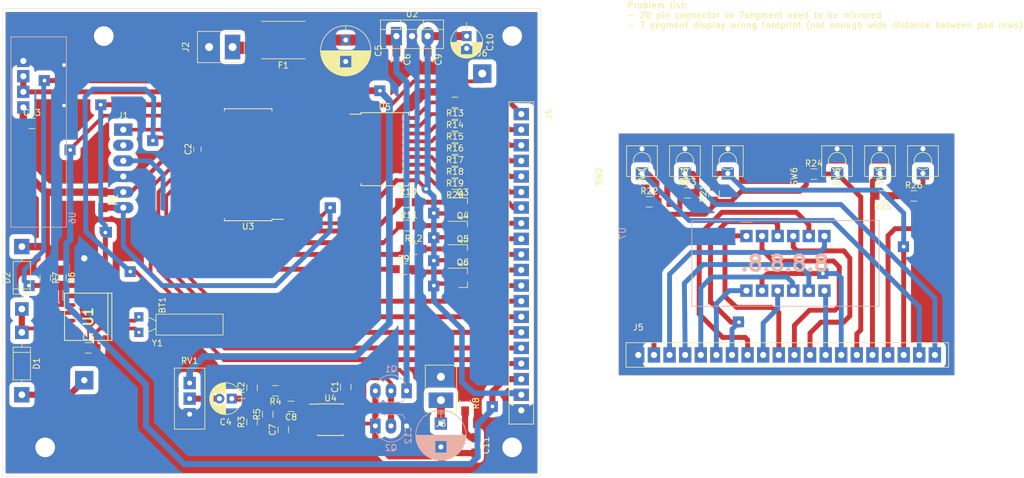
<source format=kicad_pcb>
(kicad_pcb (version 20171130) (host pcbnew 5.1.5-52549c5~86~ubuntu18.04.1)
  (layers (0 F.Cu signal) (31 B.Cu signal) (34 B.Paste user hide) (35 F.Paste user hide) (36 B.SilkS user) (37 F.SilkS user) (38 B.Mask user hide) (39 F.Mask user hide) (44 Edge.Cuts user))
  (net 0 "")
  (net 1 "Net-(BT1-Pad1)")
  (net 2 GND)
  (net 3 +9V)
  (net 4 +5V)
  (net 5 "Net-(C3-Pad1)")
  (net 6 "Net-(C3-Pad2)")
  (net 7 "Net-(C4-Pad1)")
  (net 8 "Net-(C4-Pad2)")
  (net 9 "Net-(C7-Pad2)")
  (net 10 "Net-(C8-Pad1)")
  (net 11 "Net-(C8-Pad2)")
  (net 12 "Net-(C11-Pad1)")
  (net 13 "Net-(C11-Pad2)")
  (net 14 "Net-(C12-Pad1)")
  (net 15 "Net-(F1-Pad2)")
  (net 16 /RST)
  (net 17 /TX)
  (net 18 GNDA)
  (net 19 +5V_1)
  (net 20 /DIG4_P)
  (net 21 /DIG3_P)
  (net 22 /DIG2_P)
  (net 23 /DIG1_P)
  (net 24 /DISP_DP_P)
  (net 25 /DISP_G_P)
  (net 26 /DISP_F_P)
  (net 27 /DISP_E_P)
  (net 28 /DISP_D_P)
  (net 29 /DISP_C_P)
  (net 30 /DISP_B_P)
  (net 31 /DISP_A_P)
  (net 32 /SW_TIME2_uc)
  (net 33 /SW_TIME1_uc)
  (net 34 /SW_SET_RTC_uc)
  (net 35 /SW_RIGHT_uc)
  (net 36 /SW_DOWN_uc)
  (net 37 /SW_UP_uc)
  (net 38 /SW_UP)
  (net 39 /SW_DOWN)
  (net 40 /SW_RIGHT)
  (net 41 /SW_SET_RTC)
  (net 42 /SW_TIME1)
  (net 43 /SW_TIME2)
  (net 44 /DISP_A)
  (net 45 /DISP_B)
  (net 46 /DISP_C)
  (net 47 /DISP_D)
  (net 48 /DISP_E)
  (net 49 /DISP_F)
  (net 50 /DISP_G)
  (net 51 /DISP_DP)
  (net 52 /DIG1)
  (net 53 /DIG2)
  (net 54 /DIG3)
  (net 55 /DIG4)
  (net 56 "Net-(Q1-Pad2)")
  (net 57 "Net-(Q3-Pad1)")
  (net 58 "Net-(Q4-Pad1)")
  (net 59 "Net-(Q5-Pad1)")
  (net 60 "Net-(Q6-Pad1)")
  (net 61 /RTC_SDA)
  (net 62 /RTC_SCI)
  (net 63 "Net-(R13-Pad2)")
  (net 64 "Net-(R14-Pad2)")
  (net 65 "Net-(R15-Pad2)")
  (net 66 "Net-(R16-Pad2)")
  (net 67 "Net-(R17-Pad2)")
  (net 68 "Net-(R18-Pad2)")
  (net 69 "Net-(R19-Pad2)")
  (net 70 "Net-(R20-Pad2)")
  (net 71 /SPEAKER)
  (net 72 "Net-(U1-Pad2)")
  (net 73 /SEG_A_uc)
  (net 74 /SEG_B_uc)
  (net 75 /SEG_C_uc)
  (net 76 /SEG_D_uc)
  (net 77 /SEG_E_uc)
  (net 78 /SEG_F_uc)
  (net 79 /SEG_DP_uc)
  (net 80 /SEG_G_uc)
  (net 81 /RADIO_RX)
  (net 82 "Net-(J6-Pad1)")
  (net 83 /DIG4_Q)
  (net 84 /DIG1_Q_PGD)
  (net 85 /DIG2_Q_PGC)
  (net 86 /DIG3_Q)
  (module My-Footprints:4-digit-7-segment-display (layer B.Cu) (at 234.1245 72.5805 270)
    (fp_text reference U7 (at -0.44 20.15 270) (layer B.SilkS) (effects (justify mirror)))
    (fp_text value CA56-12CGKWA)
    (fp_text user 8.8.8.8. (at 4.445 -6.223 unlocked) (layer B.SilkS) (effects (font (size 2.5 2.5) (thickness 0.5)) (justify mirror)))
    (pad 12 thru_hole rect (at 8.89 0 270) (size 2 2) (drill 1) (layers *.Cu *.Mask) (net 52 /DIG1))
    (pad 11 thru_hole rect (at 8.89 -2.54 270) (size 2 2) (drill 1) (layers *.Cu *.Mask) (net 44 /DISP_A))
    (pad 10 thru_hole rect (at 8.89 -5.08 270) (size 2 2) (drill 1) (layers *.Cu *.Mask) (net 49 /DISP_F))
    (pad 9 thru_hole rect (at 8.89 -7.62 270) (size 2 2) (drill 1) (layers *.Cu *.Mask) (net 53 /DIG2))
    (pad 8 thru_hole rect (at 8.89 -10.16 270) (size 2 2) (drill 1) (layers *.Cu *.Mask) (net 54 /DIG3))
    (pad 6 thru_hole rect (at 0 -12.7 270) (size 2 2) (drill 1) (layers *.Cu *.Mask) (net 55 /DIG4))
    (pad 5 thru_hole rect (at 0 -10.16 270) (size 2 2) (drill 1) (layers *.Cu *.Mask) (net 50 /DISP_G))
    (pad 4 thru_hole rect (at 0 -7.62 270) (size 2 2) (drill 1) (layers *.Cu *.Mask) (net 46 /DISP_C))
    (pad 3 thru_hole rect (at 0 -5.08 270) (size 2 2) (drill 1) (layers *.Cu *.Mask) (net 51 /DISP_DP))
    (pad 2 thru_hole rect (at 0 -2.54 270) (size 2 2) (drill 1) (layers *.Cu *.Mask) (net 47 /DISP_D))
    (pad 1 thru_hole rect (at 0 0 270) (size 2 2) (drill 1) (layers *.Cu *.Mask) (net 48 /DISP_E))
    (pad 7 thru_hole rect (at 8.89 -12.7 270) (size 2 2) (drill 1) (layers *.Cu *.Mask) (net 45 /DISP_B))
  )
  (module My-Footprints:Conn-01x20 (layer F.Cu) (at 216.535 91.948)
    (fp_text reference J5 (at 0 -4.5) (layer F.SilkS))
    (fp_text value Conn_01x20)
    (pad 20 thru_hole rect (at 48.26 0) (size 2 2.5) (drill 1) (layers *.Cu *.Mask) (net 38 /SW_UP))
    (pad 19 thru_hole rect (at 45.72 0) (size 2 2.5) (drill 1) (layers *.Cu *.Mask) (net 39 /SW_DOWN))
    (pad 18 thru_hole rect (at 43.18 0) (size 2 2.5) (drill 1) (layers *.Cu *.Mask) (net 40 /SW_RIGHT))
    (pad 17 thru_hole rect (at 40.64 0) (size 2 2.5) (drill 1) (layers *.Cu *.Mask) (net 41 /SW_SET_RTC))
    (pad 16 thru_hole rect (at 38.1 0) (size 2 2.5) (drill 1) (layers *.Cu *.Mask) (net 42 /SW_TIME1))
    (pad 15 thru_hole rect (at 35.56 0) (size 2 2.5) (drill 1) (layers *.Cu *.Mask) (net 43 /SW_TIME2))
    (pad 14 thru_hole rect (at 33.02 0) (size 2 2.5) (drill 1) (layers *.Cu *.Mask) (net 44 /DISP_A))
    (pad 13 thru_hole rect (at 30.48 0) (size 2 2.5) (drill 1) (layers *.Cu *.Mask) (net 45 /DISP_B))
    (pad 12 thru_hole rect (at 27.94 0) (size 2 2.5) (drill 1) (layers *.Cu *.Mask) (net 46 /DISP_C))
    (pad 11 thru_hole rect (at 25.4 0) (size 2 2.5) (drill 1) (layers *.Cu *.Mask) (net 47 /DISP_D))
    (pad 10 thru_hole rect (at 22.86 0) (size 2 2.5) (drill 1) (layers *.Cu *.Mask) (net 48 /DISP_E))
    (pad 9 thru_hole rect (at 20.32 0) (size 2 2.5) (drill 1) (layers *.Cu *.Mask) (net 49 /DISP_F))
    (pad 8 thru_hole rect (at 17.78 0) (size 2 2.5) (drill 1) (layers *.Cu *.Mask) (net 50 /DISP_G))
    (pad 7 thru_hole rect (at 15.24 0) (size 2 2.5) (drill 1) (layers *.Cu *.Mask) (net 51 /DISP_DP))
    (pad 6 thru_hole rect (at 12.7 0) (size 2 2.5) (drill 1) (layers *.Cu *.Mask) (net 52 /DIG1))
    (pad 5 thru_hole rect (at 10.16 0) (size 2 2.5) (drill 1) (layers *.Cu *.Mask) (net 53 /DIG2))
    (pad 4 thru_hole rect (at 7.62 0) (size 2 2.5) (drill 1) (layers *.Cu *.Mask) (net 54 /DIG3))
    (pad 3 thru_hole rect (at 5.08 0) (size 2 2.5) (drill 1) (layers *.Cu *.Mask) (net 55 /DIG4))
    (pad 2 thru_hole rect (at 2.54 0) (size 2 2.5) (drill 1) (layers *.Cu *.Mask) (net 19 +5V_1))
    (pad 1 thru_hole rect (at 0 0) (size 2 2.5) (drill 1) (layers *.Cu *.Mask) (net 18 GNDA))
  )
  (module Capacitors_SMD:C_0805_HandSoldering (layer F.Cu) (at 218.313 66.9925)
    (fp_text reference R22 (at 0 -1.75 -180) (layer F.SilkS))
    (fp_text value 10k)
    (pad 2 smd rect (at 1.25 0) (size 1.5 1.25) (layers F.Cu F.Paste F.Mask) (net 39 /SW_DOWN))
    (pad 1 smd rect (at -1.25 0) (size 1.5 1.25) (layers F.Cu F.Paste F.Mask) (net 19 +5V_1))
  )
  (module Capacitors_SMD:C_0805_HandSoldering (layer F.Cu) (at 228.854 65.659 90)
    (fp_text reference R21 (at 0 -1.75 90) (layer F.SilkS))
    (fp_text value 10k)
    (pad 2 smd rect (at 1.25 0 90) (size 1.5 1.25) (layers F.Cu F.Paste F.Mask) (net 40 /SW_RIGHT))
    (pad 1 smd rect (at -1.25 0 90) (size 1.5 1.25) (layers F.Cu F.Paste F.Mask) (net 19 +5V_1))
  )
  (module Capacitors_SMD:C_0805_HandSoldering (layer F.Cu) (at 224.536 65.532)
    (fp_text reference R23 (at 0 -1.75 -180) (layer F.SilkS))
    (fp_text value 10k)
    (pad 2 smd rect (at 1.25 0) (size 1.5 1.25) (layers F.Cu F.Paste F.Mask) (net 38 /SW_UP))
    (pad 1 smd rect (at -1.25 0) (size 1.5 1.25) (layers F.Cu F.Paste F.Mask) (net 19 +5V_1))
  )
  (module My-Footprints:Micro-Switch-5mm-2pin (layer F.Cu) (at 253.365 62.865 90)
    (fp_text reference SW5 (at 0 -4.5 90) (layer F.SilkS))
    (fp_text value SW_TIME1)
    (pad 2 thru_hole rect (at 4.5 2.5 90) (size 2 2) (drill 0.8) (layers *.Cu *.Mask) (net 18 GNDA))
    (pad 1 thru_hole rect (at 0.5 2.5 90) (size 2 2) (drill 0.8) (layers *.Cu *.Mask) (net 42 /SW_TIME1))
  )
  (module Capacitors_SMD:C_0805_HandSoldering (layer F.Cu) (at 245.11 62.484)
    (fp_text reference R24 (at 0 -1.75 180) (layer F.SilkS))
    (fp_text value 10k)
    (pad 2 smd rect (at 1.25 0) (size 1.5 1.25) (layers F.Cu F.Paste F.Mask) (net 43 /SW_TIME2))
    (pad 1 smd rect (at -1.25 0) (size 1.5 1.25) (layers F.Cu F.Paste F.Mask) (net 19 +5V_1))
  )
  (module Capacitors_SMD:C_0805_HandSoldering (layer F.Cu) (at 261.366 66.04)
    (fp_text reference R26 (at 0 -1.75 -180) (layer F.SilkS))
    (fp_text value 10k)
    (pad 2 smd rect (at 1.25 0) (size 1.5 1.25) (layers F.Cu F.Paste F.Mask) (net 41 /SW_SET_RTC))
    (pad 1 smd rect (at -1.25 0) (size 1.5 1.25) (layers F.Cu F.Paste F.Mask) (net 19 +5V_1))
  )
  (module Capacitors_SMD:C_0805_HandSoldering (layer F.Cu) (at 256.286 66.04 180)
    (fp_text reference R25 (at 0 -1.75 180) (layer F.SilkS))
    (fp_text value 10k)
    (pad 2 smd rect (at 1.25 0 180) (size 1.5 1.25) (layers F.Cu F.Paste F.Mask) (net 42 /SW_TIME1))
    (pad 1 smd rect (at -1.25 0 180) (size 1.5 1.25) (layers F.Cu F.Paste F.Mask) (net 19 +5V_1))
  )
  (module My-Footprints:Micro-Switch-5mm-2pin (layer F.Cu) (at 246.38 62.865 90)
    (fp_text reference SW6 (at 0 -4.5 90) (layer F.SilkS))
    (fp_text value SW_TIME2)
    (pad 2 thru_hole rect (at 4.5 2.5 90) (size 2 2) (drill 0.8) (layers *.Cu *.Mask) (net 18 GNDA))
    (pad 1 thru_hole rect (at 0.5 2.5 90) (size 2 2) (drill 0.8) (layers *.Cu *.Mask) (net 43 /SW_TIME2))
  )
  (module My-Footprints:Micro-Switch-5mm-2pin (layer F.Cu) (at 221.615 62.865 90)
    (fp_text reference SW1 (at 0 -4.5 90) (layer F.SilkS))
    (fp_text value SW_UP)
    (pad 2 thru_hole rect (at 4.5 2.5 90) (size 2 2) (drill 0.8) (layers *.Cu *.Mask) (net 18 GNDA))
    (pad 1 thru_hole rect (at 0.5 2.5 90) (size 2 2) (drill 0.8) (layers *.Cu *.Mask) (net 38 /SW_UP))
  )
  (module My-Footprints:Micro-Switch-5mm-2pin (layer F.Cu) (at 260.35 62.865 90)
    (fp_text reference SW4 (at 0 -4.5 90) (layer F.SilkS))
    (fp_text value SW_SET_RTC)
    (pad 2 thru_hole rect (at 4.5 2.5 90) (size 2 2) (drill 0.8) (layers *.Cu *.Mask) (net 18 GNDA))
    (pad 1 thru_hole rect (at 0.5 2.5 90) (size 2 2) (drill 0.8) (layers *.Cu *.Mask) (net 41 /SW_SET_RTC))
  )
  (module My-Footprints:Micro-Switch-5mm-2pin (layer F.Cu) (at 214.63 62.865 90)
    (fp_text reference SW2 (at 0 -4.5 90) (layer F.SilkS))
    (fp_text value SW_DOWN)
    (pad 2 thru_hole rect (at 4.5 2.5 90) (size 2 2) (drill 0.8) (layers *.Cu *.Mask) (net 18 GNDA))
    (pad 1 thru_hole rect (at 0.5 2.5 90) (size 2 2) (drill 0.8) (layers *.Cu *.Mask) (net 39 /SW_DOWN))
  )
  (module My-Footprints:Micro-Switch-5mm-2pin (layer F.Cu) (at 228.6 62.865 90)
    (fp_text reference SW3 (at 0 -4.5 90) (layer F.SilkS))
    (fp_text value SW_RIGHT)
    (pad 2 thru_hole rect (at 4.5 2.5 90) (size 2 2) (drill 0.8) (layers *.Cu *.Mask) (net 18 GNDA))
    (pad 1 thru_hole rect (at 0.5 2.5 90) (size 2 2) (drill 0.8) (layers *.Cu *.Mask) (net 40 /SW_RIGHT))
  )
  (module My-Footprints:WIRE_PAD_1,3mm (layer F.Cu) (at 191.135 46.101)
    (fp_text reference J6 (at 0 -3.302) (layer F.SilkS))
    (fp_text value Conn_01x01)
    (pad 1 thru_hole rect (at 0 0) (size 3 3) (drill 1.3) (layers *.Cu *.Mask) (net 82 "Net-(J6-Pad1)"))
  )
  (module Capacitors_SMD:C_0603 (layer F.Cu) (at 144.78 58.42 90)
    (fp_text reference C2 (at 0 -1.5 90) (layer F.SilkS))
    (fp_text value 100n)
    (pad 2 smd rect (at 0.75 0 90) (size 0.8 0.75) (layers F.Cu F.Paste F.Mask) (net 2 GND))
    (pad 1 smd rect (at -0.75 0 90) (size 0.8 0.75) (layers F.Cu F.Paste F.Mask) (net 4 +5V))
  )
  (module Housings_SOIC:SOIC-28W_7.5x17.9mm_Pitch1.27mm (layer F.Cu) (at 153.035 60.96 180)
    (fp_text reference U3 (at 0 -10.05) (layer F.SilkS))
    (fp_text value PIC16F886-IP)
    (pad 28 smd rect (at 4.7 -8.255 180) (size 2 0.6) (layers F.Cu F.Paste F.Mask) (net 84 /DIG1_Q_PGD))
    (pad 27 smd rect (at 4.7 -6.985 180) (size 2 0.6) (layers F.Cu F.Paste F.Mask) (net 85 /DIG2_Q_PGC))
    (pad 26 smd rect (at 4.7 -5.715 180) (size 2 0.6) (layers F.Cu F.Paste F.Mask) (net 86 /DIG3_Q))
    (pad 25 smd rect (at 4.7 -4.445 180) (size 2 0.6) (layers F.Cu F.Paste F.Mask) (net 83 /DIG4_Q))
    (pad 24 smd rect (at 4.7 -3.175 180) (size 2 0.6) (layers F.Cu F.Paste F.Mask) (net 37 /SW_UP_uc))
    (pad 23 smd rect (at 4.7 -1.905 180) (size 2 0.6) (layers F.Cu F.Paste F.Mask) (net 36 /SW_DOWN_uc))
    (pad 22 smd rect (at 4.7 -0.635 180) (size 2 0.6) (layers F.Cu F.Paste F.Mask) (net 35 /SW_RIGHT_uc))
    (pad 21 smd rect (at 4.7 0.635 180) (size 2 0.6) (layers F.Cu F.Paste F.Mask) (net 34 /SW_SET_RTC_uc))
    (pad 20 smd rect (at 4.7 1.905 180) (size 2 0.6) (layers F.Cu F.Paste F.Mask) (net 4 +5V))
    (pad 19 smd rect (at 4.7 3.175 180) (size 2 0.6) (layers F.Cu F.Paste F.Mask) (net 2 GND))
    (pad 18 smd rect (at 4.7 4.445 180) (size 2 0.6) (layers F.Cu F.Paste F.Mask) (net 33 /SW_TIME1_uc))
    (pad 17 smd rect (at 4.7 5.715 180) (size 2 0.6) (layers F.Cu F.Paste F.Mask) (net 17 /TX))
    (pad 16 smd rect (at 4.7 6.985 180) (size 2 0.6) (layers F.Cu F.Paste F.Mask) (net 32 /SW_TIME2_uc))
    (pad 15 smd rect (at 4.7 8.255 180) (size 2 0.6) (layers F.Cu F.Paste F.Mask) (net 61 /RTC_SDA))
    (pad 14 smd rect (at -4.7 8.255 180) (size 2 0.6) (layers F.Cu F.Paste F.Mask) (net 62 /RTC_SCI))
    (pad 13 smd rect (at -4.7 6.985 180) (size 2 0.6) (layers F.Cu F.Paste F.Mask) (net 71 /SPEAKER))
    (pad 12 smd rect (at -4.7 5.715 180) (size 2 0.6) (layers F.Cu F.Paste F.Mask) (net 81 /RADIO_RX))
    (pad 11 smd rect (at -4.7 4.445 180) (size 2 0.6) (layers F.Cu F.Paste F.Mask) (net 82 "Net-(J6-Pad1)"))
    (pad 10 smd rect (at -4.7 3.175 180) (size 2 0.6) (layers F.Cu F.Paste F.Mask) (net 73 /SEG_A_uc))
    (pad 9 smd rect (at -4.7 1.905 180) (size 2 0.6) (layers F.Cu F.Paste F.Mask) (net 74 /SEG_B_uc))
    (pad 8 smd rect (at -4.7 0.635 180) (size 2 0.6) (layers F.Cu F.Paste F.Mask) (net 2 GND))
    (pad 7 smd rect (at -4.7 -0.635 180) (size 2 0.6) (layers F.Cu F.Paste F.Mask) (net 75 /SEG_C_uc))
    (pad 6 smd rect (at -4.7 -1.905 180) (size 2 0.6) (layers F.Cu F.Paste F.Mask) (net 76 /SEG_D_uc))
    (pad 5 smd rect (at -4.7 -3.175 180) (size 2 0.6) (layers F.Cu F.Paste F.Mask) (net 77 /SEG_E_uc))
    (pad 4 smd rect (at -4.7 -4.445 180) (size 2 0.6) (layers F.Cu F.Paste F.Mask) (net 78 /SEG_F_uc))
    (pad 3 smd rect (at -4.7 -5.715 180) (size 2 0.6) (layers F.Cu F.Paste F.Mask) (net 80 /SEG_G_uc))
    (pad 2 smd rect (at -4.7 -6.985 180) (size 2 0.6) (layers F.Cu F.Paste F.Mask) (net 79 /SEG_DP_uc))
    (pad 1 smd rect (at -4.7 -8.255 180) (size 2 0.6) (layers F.Cu F.Paste F.Mask) (net 16 /RST))
  )
  (module Crystals:Crystal_AT310_d3.0mm_l10.0mm_Horizontal (layer F.Cu) (at 135.255 88.265 90)
    (fp_text reference Y1 (at -1.75 3) (layer F.SilkS))
    (fp_text value Crystal)
    (pad 1 thru_hole rect (at 0 0 90) (size 1.5 1.5) (drill 0.5) (layers *.Cu *.Mask) (net 6 "Net-(C3-Pad2)"))
    (pad 2 thru_hole rect (at 2.54 0 90) (size 1.5 1.5) (drill 0.5) (layers *.Cu *.Mask) (net 72 "Net-(U1-Pad2)"))
  )
  (module My-Footprints:FSK100a-Receiver (layer B.Cu) (at 123.444 71.12 90)
    (fp_text reference U6 (at 1.5 1 270) (layer B.SilkS) (effects (justify mirror)))
    (fp_text value FSK100a-Receiver)
    (pad 3 thru_hole rect (at 27.08 -7 90) (size 2 2) (drill 1) (layers *.Cu *.Mask) (net 2 GND))
    (pad 2 thru_hole rect (at 24.58 -7 90) (size 2 2) (drill 1) (layers *.Cu *.Mask) (net 81 /RADIO_RX))
    (pad 2 thru_hole rect (at 22.04 -7 90) (size 2 2) (drill 1) (layers *.Cu *.Mask) (net 81 /RADIO_RX))
    (pad 1 thru_hole rect (at 19.5 -7 90) (size 2 2) (drill 1) (layers *.Cu *.Mask) (net 4 +5V))
  )
  (module Housings_SOIC:SOIC-18W_7.5x11.6mm_Pitch1.27mm (layer F.Cu) (at 175.26 58.42)
    (fp_text reference U5 (at 0 -6.875) (layer F.SilkS))
    (fp_text value ULN2803A)
    (pad 1 smd rect (at -4.7 -5.08) (size 2 0.6) (layers F.Cu F.Paste F.Mask) (net 73 /SEG_A_uc))
    (pad 2 smd rect (at -4.7 -3.81) (size 2 0.6) (layers F.Cu F.Paste F.Mask) (net 74 /SEG_B_uc))
    (pad 3 smd rect (at -4.7 -2.54) (size 2 0.6) (layers F.Cu F.Paste F.Mask) (net 75 /SEG_C_uc))
    (pad 4 smd rect (at -4.7 -1.27) (size 2 0.6) (layers F.Cu F.Paste F.Mask) (net 76 /SEG_D_uc))
    (pad 5 smd rect (at -4.7 0) (size 2 0.6) (layers F.Cu F.Paste F.Mask) (net 77 /SEG_E_uc))
    (pad 6 smd rect (at -4.7 1.27) (size 2 0.6) (layers F.Cu F.Paste F.Mask) (net 78 /SEG_F_uc))
    (pad 7 smd rect (at -4.7 2.54) (size 2 0.6) (layers F.Cu F.Paste F.Mask) (net 80 /SEG_G_uc))
    (pad 8 smd rect (at -4.7 3.81) (size 2 0.6) (layers F.Cu F.Paste F.Mask) (net 79 /SEG_DP_uc))
    (pad 9 smd rect (at -4.7 5.08) (size 2 0.6) (layers F.Cu F.Paste F.Mask) (net 2 GND))
    (pad 10 smd rect (at 4.7 5.08) (size 2 0.6) (layers F.Cu F.Paste F.Mask) (net 4 +5V))
    (pad 11 smd rect (at 4.7 3.81) (size 2 0.6) (layers F.Cu F.Paste F.Mask) (net 70 "Net-(R20-Pad2)"))
    (pad 12 smd rect (at 4.7 2.54) (size 2 0.6) (layers F.Cu F.Paste F.Mask) (net 69 "Net-(R19-Pad2)"))
    (pad 13 smd rect (at 4.7 1.27) (size 2 0.6) (layers F.Cu F.Paste F.Mask) (net 68 "Net-(R18-Pad2)"))
    (pad 14 smd rect (at 4.7 0) (size 2 0.6) (layers F.Cu F.Paste F.Mask) (net 67 "Net-(R17-Pad2)"))
    (pad 15 smd rect (at 4.7 -1.27) (size 2 0.6) (layers F.Cu F.Paste F.Mask) (net 66 "Net-(R16-Pad2)"))
    (pad 16 smd rect (at 4.7 -2.54) (size 2 0.6) (layers F.Cu F.Paste F.Mask) (net 65 "Net-(R15-Pad2)"))
    (pad 17 smd rect (at 4.7 -3.81) (size 2 0.6) (layers F.Cu F.Paste F.Mask) (net 64 "Net-(R14-Pad2)"))
    (pad 18 smd rect (at 4.7 -5.08) (size 2 0.6) (layers F.Cu F.Paste F.Mask) (net 63 "Net-(R13-Pad2)"))
  )
  (module Housings_SOIC:SOIC-8_3.9x4.9mm_Pitch1.27mm (layer F.Cu) (at 166.4335 102.489)
    (fp_text reference U4 (at 0 -3.5) (layer F.SilkS))
    (fp_text value LM358)
    (pad 1 smd rect (at -2.7 -1.905) (size 1.55 0.6) (layers F.Cu F.Paste F.Mask) (net 10 "Net-(C8-Pad1)"))
    (pad 2 smd rect (at -2.7 -0.635) (size 1.55 0.6) (layers F.Cu F.Paste F.Mask) (net 10 "Net-(C8-Pad1)"))
    (pad 3 smd rect (at -2.7 0.635) (size 1.55 0.6) (layers F.Cu F.Paste F.Mask) (net 9 "Net-(C7-Pad2)"))
    (pad 4 smd rect (at -2.7 1.905) (size 1.55 0.6) (layers F.Cu F.Paste F.Mask) (net 2 GND))
    (pad 5 smd rect (at 2.7 1.905) (size 1.55 0.6) (layers F.Cu F.Paste F.Mask) (net 10 "Net-(C8-Pad1)"))
    (pad 6 smd rect (at 2.7 0.635) (size 1.55 0.6) (layers F.Cu F.Paste F.Mask) (net 13 "Net-(C11-Pad2)"))
    (pad 7 smd rect (at 2.7 -0.635) (size 1.55 0.6) (layers F.Cu F.Paste F.Mask) (net 56 "Net-(Q1-Pad2)"))
    (pad 8 smd rect (at 2.7 -1.905) (size 1.55 0.6) (layers F.Cu F.Paste F.Mask) (net 3 +9V))
  )
  (module TO_SOT_Packages_THT:TO-220-3_Vertical (layer F.Cu) (at 177.165 40.005)
    (fp_text reference U2 (at 2.54 -3.62) (layer F.SilkS))
    (fp_text value LM7805)
    (pad 1 thru_hole rect (at 0 0) (size 1.8 3) (drill 1) (layers *.Cu *.Mask) (net 3 +9V))
    (pad 2 thru_hole oval (at 2.54 0) (size 1.8 1.8) (drill 1) (layers *.Cu *.Mask) (net 2 GND))
    (pad 3 thru_hole oval (at 5.08 0) (size 2 3) (drill 1) (layers *.Cu *.Mask) (net 4 +5V))
  )
  (module My-Footprints:SOT176-1 (layer F.Cu) (at 127 85.725 90)
    (fp_text reference U1 (at 0 0 90) (layer F.SilkS) (effects (font (size 1.524 1.524) (thickness 0.3048))))
    (fp_text value PCF8583 hide)
    (pad 8 smd oval (at -1.905 -3.814 90) (size 0.6096 3.5) (layers F.Cu F.Mask) (net 5 "Net-(C3-Pad1)"))
    (pad 7 smd oval (at -0.635 -3.814 90) (size 0.6096 3.5) (layers F.Cu F.Mask))
    (pad 6 smd oval (at 0.635 -3.814 90) (size 0.6096 3.5) (layers F.Cu F.Mask) (net 62 /RTC_SCI))
    (pad 5 smd oval (at 1.905 -3.814 90) (size 0.6096 3.5) (layers F.Cu F.Mask) (net 61 /RTC_SDA))
    (pad 4 smd oval (at 1.91 3.854 90) (size 0.6096 3.5) (layers F.Cu F.Mask) (net 2 GND))
    (pad 3 smd oval (at 0.635 3.854 90) (size 0.6096 3.5) (layers F.Cu F.Mask) (net 2 GND))
    (pad 2 smd oval (at -0.635 3.854 90) (size 0.6096 3.5) (layers F.Cu F.Mask) (net 72 "Net-(U1-Pad2)"))
    (pad 1 smd oval (at -1.905 3.854 90) (size 0.6096 3.5) (layers F.Cu F.Mask) (net 6 "Net-(C3-Pad2)"))
  )
  (module Potentiometers:Potentiometer_Trimmer_Suntan_TSR-3386C_Vertical (layer F.Cu) (at 143.51 96.52)
    (fp_text reference RV1 (at 0 -3.625) (layer F.SilkS))
    (fp_text value 10k)
    (pad 3 thru_hole rect (at 0 5.08) (size 2 2) (drill 0.8) (layers *.Cu *.Mask) (net 2 GND))
    (pad 2 thru_hole rect (at 0 2.54) (size 2 2) (drill 0.8) (layers *.Cu *.Mask) (net 8 "Net-(C4-Pad2)"))
    (pad 1 thru_hole rect (at 0 0) (size 2 2) (drill 0.8) (layers *.Cu *.Mask) (net 71 /SPEAKER))
  )
  (module Capacitors_SMD:C_0805_HandSoldering (layer F.Cu) (at 186.69 64.135 180)
    (fp_text reference R20 (at 0 -1.75) (layer F.SilkS))
    (fp_text value 330R)
    (pad 1 smd rect (at -1.25 0 180) (size 1.5 1.25) (layers F.Cu F.Paste F.Mask) (net 24 /DISP_DP_P))
    (pad 2 smd rect (at 1.25 0 180) (size 1.5 1.25) (layers F.Cu F.Paste F.Mask) (net 70 "Net-(R20-Pad2)"))
  )
  (module Capacitors_SMD:C_0805_HandSoldering (layer F.Cu) (at 186.69 62.23 180)
    (fp_text reference R19 (at 0 -1.75) (layer F.SilkS))
    (fp_text value 330R)
    (pad 1 smd rect (at -1.25 0 180) (size 1.5 1.25) (layers F.Cu F.Paste F.Mask) (net 25 /DISP_G_P))
    (pad 2 smd rect (at 1.25 0 180) (size 1.5 1.25) (layers F.Cu F.Paste F.Mask) (net 69 "Net-(R19-Pad2)"))
  )
  (module Capacitors_SMD:C_0805_HandSoldering (layer F.Cu) (at 186.69 60.325 180)
    (fp_text reference R18 (at 0 -1.75) (layer F.SilkS))
    (fp_text value 330R)
    (pad 1 smd rect (at -1.25 0 180) (size 1.5 1.25) (layers F.Cu F.Paste F.Mask) (net 26 /DISP_F_P))
    (pad 2 smd rect (at 1.25 0 180) (size 1.5 1.25) (layers F.Cu F.Paste F.Mask) (net 68 "Net-(R18-Pad2)"))
  )
  (module Capacitors_SMD:C_0805_HandSoldering (layer F.Cu) (at 186.69 58.42 180)
    (fp_text reference R17 (at 0 -1.75) (layer F.SilkS))
    (fp_text value 330R)
    (pad 1 smd rect (at -1.25 0 180) (size 1.5 1.25) (layers F.Cu F.Paste F.Mask) (net 27 /DISP_E_P))
    (pad 2 smd rect (at 1.25 0 180) (size 1.5 1.25) (layers F.Cu F.Paste F.Mask) (net 67 "Net-(R17-Pad2)"))
  )
  (module Capacitors_SMD:C_0805_HandSoldering (layer F.Cu) (at 186.69 56.515 180)
    (fp_text reference R16 (at 0 -1.75) (layer F.SilkS))
    (fp_text value 330R)
    (pad 1 smd rect (at -1.25 0 180) (size 1.5 1.25) (layers F.Cu F.Paste F.Mask) (net 28 /DISP_D_P))
    (pad 2 smd rect (at 1.25 0 180) (size 1.5 1.25) (layers F.Cu F.Paste F.Mask) (net 66 "Net-(R16-Pad2)"))
  )
  (module Capacitors_SMD:C_0805_HandSoldering (layer F.Cu) (at 186.69 54.61 180)
    (fp_text reference R15 (at 0 -1.75) (layer F.SilkS))
    (fp_text value 330R)
    (pad 1 smd rect (at -1.25 0 180) (size 1.5 1.25) (layers F.Cu F.Paste F.Mask) (net 29 /DISP_C_P))
    (pad 2 smd rect (at 1.25 0 180) (size 1.5 1.25) (layers F.Cu F.Paste F.Mask) (net 65 "Net-(R15-Pad2)"))
  )
  (module Capacitors_SMD:C_0805_HandSoldering (layer F.Cu) (at 186.69 52.705 180)
    (fp_text reference R14 (at 0 -1.75) (layer F.SilkS))
    (fp_text value 330R)
    (pad 1 smd rect (at -1.25 0 180) (size 1.5 1.25) (layers F.Cu F.Paste F.Mask) (net 30 /DISP_B_P))
    (pad 2 smd rect (at 1.25 0 180) (size 1.5 1.25) (layers F.Cu F.Paste F.Mask) (net 64 "Net-(R14-Pad2)"))
  )
  (module Capacitors_SMD:C_0805_HandSoldering (layer F.Cu) (at 186.69 50.8 180)
    (fp_text reference R13 (at 0 -1.75) (layer F.SilkS))
    (fp_text value 330R)
    (pad 1 smd rect (at -1.25 0 180) (size 1.5 1.25) (layers F.Cu F.Paste F.Mask) (net 31 /DISP_A_P))
    (pad 2 smd rect (at 1.25 0 180) (size 1.5 1.25) (layers F.Cu F.Paste F.Mask) (net 63 "Net-(R13-Pad2)"))
  )
  (module Resistors_SMD:R_0805_HandSoldering (layer F.Cu) (at 179.959 74.676)
    (fp_text reference R12 (at 0 -1.7) (layer F.SilkS))
    (fp_text value 4k7)
    (pad 1 smd rect (at -1.35 0) (size 1.5 1.3) (layers F.Cu F.Paste F.Mask) (net 86 /DIG3_Q))
    (pad 2 smd rect (at 1.35 0) (size 1.5 1.3) (layers F.Cu F.Paste F.Mask) (net 59 "Net-(Q5-Pad1)"))
  )
  (module Resistors_SMD:R_0805_HandSoldering (layer F.Cu) (at 179.197 70.866)
    (fp_text reference R11 (at 0 -1.7) (layer F.SilkS))
    (fp_text value 4k7)
    (pad 1 smd rect (at -1.35 0) (size 1.5 1.3) (layers F.Cu F.Paste F.Mask) (net 85 /DIG2_Q_PGC))
    (pad 2 smd rect (at 1.35 0) (size 1.5 1.3) (layers F.Cu F.Paste F.Mask) (net 58 "Net-(Q4-Pad1)"))
  )
  (module Resistors_SMD:R_0805_HandSoldering (layer F.Cu) (at 179.07 67.056)
    (fp_text reference R10 (at 0 -1.7) (layer F.SilkS))
    (fp_text value 4k7)
    (pad 1 smd rect (at -1.35 0) (size 1.5 1.3) (layers F.Cu F.Paste F.Mask) (net 84 /DIG1_Q_PGD))
    (pad 2 smd rect (at 1.35 0) (size 1.5 1.3) (layers F.Cu F.Paste F.Mask) (net 57 "Net-(Q3-Pad1)"))
  )
  (module Resistors_SMD:R_0805_HandSoldering (layer F.Cu) (at 178.308 77.978)
    (fp_text reference R9 (at 0 -1.7) (layer F.SilkS))
    (fp_text value 4k7)
    (pad 1 smd rect (at -1.35 0) (size 1.5 1.3) (layers F.Cu F.Paste F.Mask) (net 83 /DIG4_Q))
    (pad 2 smd rect (at 1.35 0) (size 1.5 1.3) (layers F.Cu F.Paste F.Mask) (net 60 "Net-(Q6-Pad1)"))
  )
  (module Capacitors_SMD:C_0805_HandSoldering (layer F.Cu) (at 188.341 99.822 270)
    (fp_text reference R8 (at 0 -1.75 90) (layer F.SilkS))
    (fp_text value 10R)
    (pad 1 smd rect (at -1.25 0 270) (size 1.5 1.25) (layers F.Cu F.Paste F.Mask) (net 2 GND))
    (pad 2 smd rect (at 1.25 0 270) (size 1.5 1.25) (layers F.Cu F.Paste F.Mask) (net 12 "Net-(C11-Pad1)"))
  )
  (module Capacitors_SMD:C_0805_HandSoldering (layer F.Cu) (at 120.015 79.375 270)
    (fp_text reference R7 (at 0 -1.75 90) (layer F.SilkS))
    (fp_text value 10k)
    (pad 1 smd rect (at -1.25 0 270) (size 1.5 1.25) (layers F.Cu F.Paste F.Mask) (net 4 +5V))
    (pad 2 smd rect (at 1.25 0 270) (size 1.5 1.25) (layers F.Cu F.Paste F.Mask) (net 62 /RTC_SCI))
  )
  (module Capacitors_SMD:C_0805_HandSoldering (layer F.Cu) (at 122.555 79.375 270)
    (fp_text reference R6 (at 0 -1.75 90) (layer F.SilkS))
    (fp_text value 10k)
    (pad 1 smd rect (at -1.25 0 270) (size 1.5 1.25) (layers F.Cu F.Paste F.Mask) (net 4 +5V))
    (pad 2 smd rect (at 1.25 0 270) (size 1.5 1.25) (layers F.Cu F.Paste F.Mask) (net 61 /RTC_SDA))
  )
  (module Capacitors_SMD:C_0805_HandSoldering (layer F.Cu) (at 156.21 101.6 90)
    (fp_text reference R5 (at 0 -1.75 90) (layer F.SilkS))
    (fp_text value 18k)
    (pad 1 smd rect (at -1.25 0 90) (size 1.5 1.25) (layers F.Cu F.Paste F.Mask) (net 9 "Net-(C7-Pad2)"))
    (pad 2 smd rect (at 1.25 0 90) (size 1.5 1.25) (layers F.Cu F.Paste F.Mask) (net 11 "Net-(C8-Pad2)"))
  )
  (module Capacitors_SMD:C_0805_HandSoldering (layer F.Cu) (at 157.48 97.79 180)
    (fp_text reference R4 (at 0 -1.75) (layer F.SilkS))
    (fp_text value 18k)
    (pad 1 smd rect (at -1.25 0 180) (size 1.5 1.25) (layers F.Cu F.Paste F.Mask) (net 11 "Net-(C8-Pad2)"))
    (pad 2 smd rect (at 1.25 0 180) (size 1.5 1.25) (layers F.Cu F.Paste F.Mask) (net 7 "Net-(C4-Pad1)"))
  )
  (module Capacitors_SMD:C_0805_HandSoldering (layer F.Cu) (at 153.67 102.87 90)
    (fp_text reference R3 (at 0 -1.75 90) (layer F.SilkS))
    (fp_text value 2k2)
    (pad 1 smd rect (at -1.25 0 90) (size 1.5 1.25) (layers F.Cu F.Paste F.Mask) (net 2 GND))
    (pad 2 smd rect (at 1.25 0 90) (size 1.5 1.25) (layers F.Cu F.Paste F.Mask) (net 7 "Net-(C4-Pad1)"))
  )
  (module Capacitors_SMD:C_0805_HandSoldering (layer F.Cu) (at 153.67 97.282 90)
    (fp_text reference R2 (at 0 -1.75 90) (layer F.SilkS))
    (fp_text value 2k2)
    (pad 1 smd rect (at -1.25 0 90) (size 1.5 1.25) (layers F.Cu F.Paste F.Mask) (net 7 "Net-(C4-Pad1)"))
    (pad 2 smd rect (at 1.25 0 90) (size 1.5 1.25) (layers F.Cu F.Paste F.Mask) (net 3 +9V))
  )
  (module Capacitors_SMD:C_0805_HandSoldering (layer F.Cu) (at 129.54 66.675 270)
    (fp_text reference R1 (at 0 -1.75 90) (layer F.SilkS))
    (fp_text value 10k)
    (pad 1 smd rect (at -1.25 0 270) (size 1.5 1.25) (layers F.Cu F.Paste F.Mask) (net 4 +5V))
    (pad 2 smd rect (at 1.25 0 270) (size 1.5 1.25) (layers F.Cu F.Paste F.Mask) (net 16 /RST))
  )
  (module TO_SOT_Packages_SMD:SOT-23_Handsoldering (layer F.Cu) (at 187.96 79.375)
    (fp_text reference Q6 (at 0 -2.5) (layer F.SilkS))
    (fp_text value BC807)
    (pad 1 smd rect (at -1.5 -0.95) (size 1.9 0.8) (layers F.Cu F.Paste F.Mask) (net 60 "Net-(Q6-Pad1)"))
    (pad 2 smd rect (at -1.5 0.95) (size 1.9 0.8) (layers F.Cu F.Paste F.Mask) (net 4 +5V))
    (pad 3 smd rect (at 1.5 0) (size 1.9 0.8) (layers F.Cu F.Paste F.Mask) (net 20 /DIG4_P))
  )
  (module TO_SOT_Packages_SMD:SOT-23_Handsoldering (layer F.Cu) (at 187.96 75.565)
    (fp_text reference Q5 (at 0 -2.5) (layer F.SilkS))
    (fp_text value BC807)
    (pad 1 smd rect (at -1.5 -0.95) (size 1.9 0.8) (layers F.Cu F.Paste F.Mask) (net 59 "Net-(Q5-Pad1)"))
    (pad 2 smd rect (at -1.5 0.95) (size 1.9 0.8) (layers F.Cu F.Paste F.Mask) (net 4 +5V))
    (pad 3 smd rect (at 1.5 0) (size 1.9 0.8) (layers F.Cu F.Paste F.Mask) (net 21 /DIG3_P))
  )
  (module TO_SOT_Packages_SMD:SOT-23_Handsoldering (layer F.Cu) (at 187.96 71.755)
    (fp_text reference Q4 (at 0 -2.5) (layer F.SilkS))
    (fp_text value BC807)
    (pad 1 smd rect (at -1.5 -0.95) (size 1.9 0.8) (layers F.Cu F.Paste F.Mask) (net 58 "Net-(Q4-Pad1)"))
    (pad 2 smd rect (at -1.5 0.95) (size 1.9 0.8) (layers F.Cu F.Paste F.Mask) (net 4 +5V))
    (pad 3 smd rect (at 1.5 0) (size 1.9 0.8) (layers F.Cu F.Paste F.Mask) (net 22 /DIG2_P))
  )
  (module TO_SOT_Packages_SMD:SOT-23_Handsoldering (layer F.Cu) (at 187.96 67.945)
    (fp_text reference Q3 (at 0 -2.5) (layer F.SilkS))
    (fp_text value BC807)
    (pad 1 smd rect (at -1.5 -0.95) (size 1.9 0.8) (layers F.Cu F.Paste F.Mask) (net 57 "Net-(Q3-Pad1)"))
    (pad 2 smd rect (at -1.5 0.95) (size 1.9 0.8) (layers F.Cu F.Paste F.Mask) (net 4 +5V))
    (pad 3 smd rect (at 1.5 0) (size 1.9 0.8) (layers F.Cu F.Paste F.Mask) (net 23 /DIG1_P))
  )
  (module My-Footprints:TO-92_Inline_Wide (layer B.Cu) (at 173.736 103.505)
    (fp_text reference Q2 (at 2.54 3.56) (layer B.SilkS) (effects (justify mirror)))
    (fp_text value BC557)
    (pad 1 thru_hole rect (at 0 0 270) (size 2.4 1.7) (drill 0.8) (layers *.Cu *.Mask) (net 13 "Net-(C11-Pad2)"))
    (pad 3 thru_hole oval (at 5.08 0 270) (size 2.5 1.7) (drill 0.8) (layers *.Cu *.Mask) (net 2 GND))
    (pad 2 thru_hole oval (at 2.54 0 270) (size 2.5 1.7) (drill 0.8) (layers *.Cu *.Mask) (net 56 "Net-(Q1-Pad2)"))
  )
  (module My-Footprints:TO-92_Inline_Wide (layer B.Cu) (at 178.816 97.79 180)
    (fp_text reference Q1 (at 2.54 3.56) (layer B.SilkS) (effects (justify mirror)))
    (fp_text value BC547)
    (pad 1 thru_hole rect (at 0 0 90) (size 2.4 1.7) (drill 0.8) (layers *.Cu *.Mask) (net 3 +9V))
    (pad 3 thru_hole oval (at 5.08 0 90) (size 2.5 1.7) (drill 0.8) (layers *.Cu *.Mask) (net 13 "Net-(C11-Pad2)"))
    (pad 2 thru_hole oval (at 2.54 0 90) (size 2.5 1.7) (drill 0.8) (layers *.Cu *.Mask) (net 56 "Net-(Q1-Pad2)"))
  )
  (module My-Footprints:Conn-01x20 (layer F.Cu) (at 197.485 52.705 270)
    (fp_text reference J4 (at 0 -4.5 90) (layer F.SilkS))
    (fp_text value Conn_01x20)
    (pad 20 thru_hole rect (at 48.26 0 270) (size 2 2.5) (drill 1) (layers *.Cu *.Mask) (net 2 GND))
    (pad 19 thru_hole rect (at 45.72 0 270) (size 2 2.5) (drill 1) (layers *.Cu *.Mask) (net 4 +5V))
    (pad 18 thru_hole rect (at 43.18 0 270) (size 2 2.5) (drill 1) (layers *.Cu *.Mask) (net 32 /SW_TIME2_uc))
    (pad 17 thru_hole rect (at 40.64 0 270) (size 2 2.5) (drill 1) (layers *.Cu *.Mask) (net 33 /SW_TIME1_uc))
    (pad 16 thru_hole rect (at 38.1 0 270) (size 2 2.5) (drill 1) (layers *.Cu *.Mask) (net 34 /SW_SET_RTC_uc))
    (pad 15 thru_hole rect (at 35.56 0 270) (size 2 2.5) (drill 1) (layers *.Cu *.Mask) (net 35 /SW_RIGHT_uc))
    (pad 14 thru_hole rect (at 33.02 0 270) (size 2 2.5) (drill 1) (layers *.Cu *.Mask) (net 36 /SW_DOWN_uc))
    (pad 13 thru_hole rect (at 30.48 0 270) (size 2 2.5) (drill 1) (layers *.Cu *.Mask) (net 37 /SW_UP_uc))
    (pad 12 thru_hole rect (at 27.94 0 270) (size 2 2.5) (drill 1) (layers *.Cu *.Mask) (net 20 /DIG4_P))
    (pad 11 thru_hole rect (at 25.4 0 270) (size 2 2.5) (drill 1) (layers *.Cu *.Mask) (net 21 /DIG3_P))
    (pad 10 thru_hole rect (at 22.86 0 270) (size 2 2.5) (drill 1) (layers *.Cu *.Mask) (net 22 /DIG2_P))
    (pad 9 thru_hole rect (at 20.32 0 270) (size 2 2.5) (drill 1) (layers *.Cu *.Mask) (net 23 /DIG1_P))
    (pad 8 thru_hole rect (at 17.78 0 270) (size 2 2.5) (drill 1) (layers *.Cu *.Mask) (net 24 /DISP_DP_P))
    (pad 7 thru_hole rect (at 15.24 0 270) (size 2 2.5) (drill 1) (layers *.Cu *.Mask) (net 25 /DISP_G_P))
    (pad 6 thru_hole rect (at 12.7 0 270) (size 2 2.5) (drill 1) (layers *.Cu *.Mask) (net 26 /DISP_F_P))
    (pad 5 thru_hole rect (at 10.16 0 270) (size 2 2.5) (drill 1) (layers *.Cu *.Mask) (net 27 /DISP_E_P))
    (pad 4 thru_hole rect (at 7.62 0 270) (size 2 2.5) (drill 1) (layers *.Cu *.Mask) (net 28 /DISP_D_P))
    (pad 3 thru_hole rect (at 5.08 0 270) (size 2 2.5) (drill 1) (layers *.Cu *.Mask) (net 29 /DISP_C_P))
    (pad 2 thru_hole rect (at 2.54 0 270) (size 2 2.5) (drill 1) (layers *.Cu *.Mask) (net 30 /DISP_B_P))
    (pad 1 thru_hole rect (at 0 0 270) (size 2 2.5) (drill 1) (layers *.Cu *.Mask) (net 31 /DISP_A_P))
  )
  (module My-Footprints:Conn_1x2_wire (layer F.Cu) (at 184.404 99.314 180)
    (fp_text reference J3 (at 0 -3.81) (layer F.SilkS))
    (fp_text value Speaker)
    (pad 2 thru_hole rect (at 0 3.81 180) (size 4 2.5) (drill 1.3) (layers *.Cu *.Mask) (net 2 GND))
    (pad 1 thru_hole rect (at 0 0 180) (size 4 2.5) (drill 1.3) (layers *.Cu *.Mask) (net 14 "Net-(C12-Pad1)"))
  )
  (module My-Footprints:Conn_1x2_wire (layer F.Cu) (at 146.685 41.783 90)
    (fp_text reference J2 (at 0 -3.81 90) (layer F.SilkS))
    (fp_text value Power-Supply)
    (pad 2 thru_hole rect (at 0 3.81 90) (size 4 2.5) (drill 1.3) (layers *.Cu *.Mask) (net 15 "Net-(F1-Pad2)"))
    (pad 1 thru_hole rect (at 0 0 90) (size 4 2.5) (drill 1.3) (layers *.Cu *.Mask) (net 2 GND))
  )
  (module My-Footprints:Pin_Header_Straight_1x06_Pitch2.54mm (layer F.Cu) (at 132.715 55.245)
    (fp_text reference J1 (at 0 -2.33) (layer F.SilkS))
    (fp_text value ICP)
    (pad 6 thru_hole oval (at 0 12.7) (size 3.3 1.8) (drill 1) (layers *.Cu *.Mask) (net 16 /RST))
    (pad 5 thru_hole oval (at 0 10.16) (size 3.3 1.8) (drill 1) (layers *.Cu *.Mask) (net 4 +5V))
    (pad 4 thru_hole oval (at 0 7.62) (size 3.3 1.8) (drill 1) (layers *.Cu *.Mask) (net 2 GND))
    (pad 3 thru_hole oval (at 0 5.08) (size 3.3 1.8) (drill 1) (layers *.Cu *.Mask) (net 84 /DIG1_Q_PGD))
    (pad 2 thru_hole oval (at 0 2.54) (size 3.3 1.8) (drill 1) (layers *.Cu *.Mask) (net 85 /DIG2_Q_PGC))
    (pad 1 thru_hole rect (at 0 0) (size 3 2) (drill 1) (layers *.Cu *.Mask) (net 17 /TX))
  )
  (module Fuse_Holders_and_Fuses:Fuse_SMD2920 (layer F.Cu) (at 158.75 40.64 180)
    (fp_text reference F1 (at 0 -4.13) (layer F.SilkS))
    (fp_text value 500m)
    (pad 1 smd rect (at -3.7 0 270) (size 5.6 2.3) (layers F.Cu F.Paste F.Mask) (net 3 +9V))
    (pad 2 smd rect (at 3.7 0 270) (size 5.6 2.3) (layers F.Cu F.Paste F.Mask) (net 15 "Net-(F1-Pad2)"))
  )
  (module Diodes_ThroughHole:D_DO-41_SOD81_P10.16mm_Horizontal (layer F.Cu) (at 116.205 84.455 90)
    (fp_text reference D2 (at 5.08 -2.41 90) (layer F.SilkS))
    (fp_text value D_Schottky)
    (pad 1 thru_hole rect (at 0 0 90) (size 2.2 2.2) (drill 1.1) (layers *.Cu *.Mask) (net 5 "Net-(C3-Pad1)"))
    (pad 2 thru_hole rect (at 10.16 0 90) (size 2.5 2.5) (drill 1.1) (layers *.Cu *.Mask) (net 4 +5V))
  )
  (module Diodes_ThroughHole:D_DO-41_SOD81_P10.16mm_Horizontal (layer F.Cu) (at 116.205 88.265 270)
    (fp_text reference D1 (at 5.08 -2.41 90) (layer F.SilkS))
    (fp_text value D_Schottky)
    (pad 1 thru_hole rect (at 0 0 270) (size 2.2 2.2) (drill 1.1) (layers *.Cu *.Mask) (net 5 "Net-(C3-Pad1)"))
    (pad 2 thru_hole rect (at 10.16 0 270) (size 2.5 2.5) (drill 1.1) (layers *.Cu *.Mask) (net 1 "Net-(BT1-Pad1)"))
  )
  (module Capacitors_SMD:C_0805_HandSoldering (layer F.Cu) (at 117.856 54.229)
    (fp_text reference C13 (at 0 -1.75) (layer F.SilkS))
    (fp_text value 100n)
    (pad 1 smd rect (at -1.25 0) (size 1.5 1.25) (layers F.Cu F.Paste F.Mask) (net 4 +5V))
    (pad 2 smd rect (at 1.25 0) (size 1.5 1.25) (layers F.Cu F.Paste F.Mask) (net 2 GND))
  )
  (module Capacitors_ThroughHole:CP_Radial_D8.0mm_P3.80mm (layer B.Cu) (at 184.404 103.124 270)
    (fp_text reference C12 (at 1.9 5.31 90) (layer B.SilkS) (effects (justify mirror)))
    (fp_text value 470u)
    (pad 1 thru_hole rect (at 0 0 270) (size 2 2) (drill 0.8) (layers *.Cu *.Mask) (net 14 "Net-(C12-Pad1)"))
    (pad 2 thru_hole rect (at 3.8 0 270) (size 2 2) (drill 0.8) (layers *.Cu *.Mask) (net 13 "Net-(C11-Pad2)"))
  )
  (module Capacitors_SMD:C_0805_HandSoldering (layer F.Cu) (at 189.992 106.68 270)
    (fp_text reference C11 (at 0 -1.75 90) (layer F.SilkS))
    (fp_text value 100n)
    (pad 1 smd rect (at -1.25 0 270) (size 1.5 1.25) (layers F.Cu F.Paste F.Mask) (net 12 "Net-(C11-Pad1)"))
    (pad 2 smd rect (at 1.25 0 270) (size 1.5 1.25) (layers F.Cu F.Paste F.Mask) (net 13 "Net-(C11-Pad2)"))
  )
  (module Capacitors_ThroughHole:CP_Radial_D5.0mm_P2.00mm (layer F.Cu) (at 188.595 40.005 270)
    (fp_text reference C10 (at 1 -3.81 90) (layer F.SilkS))
    (fp_text value 100u)
    (pad 1 thru_hole rect (at 0 0 270) (size 1.6 1.6) (drill 0.8) (layers *.Cu *.Mask) (net 4 +5V))
    (pad 2 thru_hole circle (at 2 0 270) (size 1.6 1.6) (drill 0.8) (layers *.Cu *.Mask) (net 2 GND))
  )
  (module Capacitors_SMD:C_0805_HandSoldering (layer F.Cu) (at 182.245 43.815 270)
    (fp_text reference C9 (at 0 -1.75 90) (layer F.SilkS))
    (fp_text value 100n)
    (pad 1 smd rect (at -1.25 0 270) (size 1.5 1.25) (layers F.Cu F.Paste F.Mask) (net 4 +5V))
    (pad 2 smd rect (at 1.25 0 270) (size 1.5 1.25) (layers F.Cu F.Paste F.Mask) (net 2 GND))
  )
  (module Capacitors_SMD:C_0805_HandSoldering (layer F.Cu) (at 160.02 100.33 180)
    (fp_text reference C8 (at 0 -1.75) (layer F.SilkS))
    (fp_text value 10n)
    (pad 1 smd rect (at -1.25 0 180) (size 1.5 1.25) (layers F.Cu F.Paste F.Mask) (net 10 "Net-(C8-Pad1)"))
    (pad 2 smd rect (at 1.25 0 180) (size 1.5 1.25) (layers F.Cu F.Paste F.Mask) (net 11 "Net-(C8-Pad2)"))
  )
  (module Capacitors_SMD:C_0805_HandSoldering (layer F.Cu) (at 158.75 104.14 90)
    (fp_text reference C7 (at 0 -1.75 90) (layer F.SilkS))
    (fp_text value 10n)
    (pad 1 smd rect (at -1.25 0 90) (size 1.5 1.25) (layers F.Cu F.Paste F.Mask) (net 2 GND))
    (pad 2 smd rect (at 1.25 0 90) (size 1.5 1.25) (layers F.Cu F.Paste F.Mask) (net 9 "Net-(C7-Pad2)"))
  )
  (module Capacitors_SMD:C_0805_HandSoldering (layer F.Cu) (at 177.165 43.815 270)
    (fp_text reference C6 (at 0 -1.75 90) (layer F.SilkS))
    (fp_text value 100n)
    (pad 1 smd rect (at -1.25 0 270) (size 1.5 1.25) (layers F.Cu F.Paste F.Mask) (net 3 +9V))
    (pad 2 smd rect (at 1.25 0 270) (size 1.5 1.25) (layers F.Cu F.Paste F.Mask) (net 2 GND))
  )
  (module Capacitors_ThroughHole:CP_Radial_D8.0mm_P3.50mm (layer F.Cu) (at 168.91 40.64 270)
    (fp_text reference C5 (at 1.75 -5.31 90) (layer F.SilkS))
    (fp_text value 470u)
    (pad 1 thru_hole rect (at 0 0 270) (size 1.6 1.6) (drill 0.8) (layers *.Cu *.Mask) (net 3 +9V))
    (pad 2 thru_hole circle (at 3.5 0 270) (size 1.6 1.6) (drill 0.8) (layers *.Cu *.Mask) (net 2 GND))
  )
  (module Capacitors_ThroughHole:CP_Radial_D5.0mm_P2.00mm (layer F.Cu) (at 150.368 99.06 180)
    (fp_text reference C4 (at 1 -3.81) (layer F.SilkS))
    (fp_text value 47u)
    (pad 1 thru_hole rect (at 0 0 180) (size 1.6 1.6) (drill 0.8) (layers *.Cu *.Mask) (net 7 "Net-(C4-Pad1)"))
    (pad 2 thru_hole circle (at 2 0 180) (size 1.6 1.6) (drill 0.8) (layers *.Cu *.Mask) (net 8 "Net-(C4-Pad2)"))
  )
  (module Capacitors_SMD:C_0805_HandSoldering (layer F.Cu) (at 127 90.805)
    (fp_text reference C3 (at 0 -1.75) (layer F.SilkS))
    (fp_text value 22p)
    (pad 1 smd rect (at -1.25 0) (size 1.5 1.25) (layers F.Cu F.Paste F.Mask) (net 5 "Net-(C3-Pad1)"))
    (pad 2 smd rect (at 1.25 0) (size 1.5 1.25) (layers F.Cu F.Paste F.Mask) (net 6 "Net-(C3-Pad2)"))
  )
  (module Capacitors_SMD:C_0805_HandSoldering (layer F.Cu) (at 168.91 97.155 90)
    (fp_text reference C1 (at 0 -1.75 90) (layer F.SilkS))
    (fp_text value 100n)
    (pad 1 smd rect (at -1.25 0 90) (size 1.5 1.25) (layers F.Cu F.Paste F.Mask) (net 3 +9V))
    (pad 2 smd rect (at 1.25 0 90) (size 1.5 1.25) (layers F.Cu F.Paste F.Mask) (net 2 GND))
  )
  (module My-Footprints:CR2032H (layer F.Cu) (at 126.365 99.06 270)
    (fp_text reference BT1 (at -15.24 -12.7 90) (layer F.SilkS))
    (fp_text value Battery_Cell)
    (pad 1 thru_hole rect (at -3 0 270) (size 3 3) (drill 1.02) (layers *.Cu *.Mask) (net 1 "Net-(BT1-Pad1)"))
    (pad 2 thru_hole rect (at -22.86 0 270) (size 3 3) (drill 1.02) (layers *.Cu *.Mask) (net 2 GND))
  )
  (gr_text "Problem list:\n- 20 pin connector to 7segment need to be mirrored\n- 7 segment display wrong footprint (not enough wide distance between pad rows)" (at 214.63 36.576) (layer F.SilkS) (effects (font (size 1 1)) (justify left)))
  (gr_poly (pts (xy 233.68 87.376) (xy 231.9655 87.376) (xy 231.9655 85.725) (xy 233.68 85.725)) (layer B.Cu) (width 0.1))
  (gr_poly (pts (xy 233.68 87.376) (xy 231.9655 87.376) (xy 231.9655 85.725) (xy 233.68 85.725)) (layer F.Cu) (width 0.1))
  (gr_poly (pts (xy 247.396 79.502) (xy 245.6815 79.502) (xy 245.6815 77.851) (xy 247.396 77.851)) (layer B.Cu) (width 0.1))
  (gr_poly (pts (xy 247.396 79.502) (xy 245.6815 79.502) (xy 245.6815 77.851) (xy 247.396 77.851)) (layer F.Cu) (width 0.1))
  (gr_poly (pts (xy 260.5405 75.1205) (xy 258.826 75.1205) (xy 258.826 73.4695) (xy 260.5405 73.4695)) (layer F.Cu) (width 0.1))
  (gr_poly (pts (xy 260.5405 75.1205) (xy 258.826 75.1205) (xy 258.826 73.4695) (xy 260.5405 73.4695)) (layer B.Cu) (width 0.1))
  (gr_poly (pts (xy 175.3235 49.7205) (xy 173.609 49.7205) (xy 173.609 48.0695) (xy 175.3235 48.0695)) (layer F.Cu) (width 0.1))
  (gr_poly (pts (xy 175.3235 49.7205) (xy 173.609 49.7205) (xy 173.609 48.0695) (xy 175.3235 48.0695)) (layer B.Cu) (width 0.1))
  (gr_poly (pts (xy 118.237 81.4705) (xy 116.5225 81.4705) (xy 116.5225 79.8195) (xy 118.237 79.8195)) (layer F.Cu) (width 0.1))
  (gr_poly (pts (xy 118.237 81.4705) (xy 116.5225 81.4705) (xy 116.5225 79.8195) (xy 118.237 79.8195)) (layer B.Cu) (width 0.1))
  (gr_poly (pts (xy 193.6115 101.1555) (xy 191.897 101.1555) (xy 191.897 99.5045) (xy 193.6115 99.5045)) (layer F.Cu) (width 0.1))
  (gr_poly (pts (xy 193.6115 101.1555) (xy 191.897 101.1555) (xy 191.897 99.5045) (xy 193.6115 99.5045)) (layer B.Cu) (width 0.1))
  (gr_poly (pts (xy 184.0865 81.534) (xy 182.372 81.534) (xy 182.372 79.883) (xy 184.0865 79.883)) (layer F.Cu) (width 0.1))
  (gr_poly (pts (xy 184.0865 81.534) (xy 182.372 81.534) (xy 182.372 79.883) (xy 184.0865 79.883)) (layer B.Cu) (width 0.1))
  (gr_poly (pts (xy 184.0865 73.66) (xy 182.372 73.66) (xy 182.372 72.009) (xy 184.0865 72.009)) (layer F.Cu) (width 0.1))
  (gr_poly (pts (xy 184.0865 73.66) (xy 182.372 73.66) (xy 182.372 72.009) (xy 184.0865 72.009)) (layer B.Cu) (width 0.1))
  (gr_poly (pts (xy 184.0865 77.4065) (xy 182.372 77.4065) (xy 182.372 75.7555) (xy 184.0865 75.7555)) (layer F.Cu) (width 0.1))
  (gr_poly (pts (xy 184.0865 77.4065) (xy 182.372 77.4065) (xy 182.372 75.7555) (xy 184.0865 75.7555)) (layer B.Cu) (width 0.1))
  (gr_poly (pts (xy 184.0865 69.6595) (xy 182.372 69.6595) (xy 182.372 68.0085) (xy 184.0865 68.0085)) (layer F.Cu) (width 0.1))
  (gr_poly (pts (xy 184.0865 69.6595) (xy 182.372 69.6595) (xy 182.372 68.0085) (xy 184.0865 68.0085)) (layer B.Cu) (width 0.1))
  (gr_poly (pts (xy 167.259 68.7705) (xy 165.5445 68.7705) (xy 165.5445 67.1195) (xy 167.259 67.1195)) (layer F.Cu) (width 0.1))
  (gr_poly (pts (xy 167.259 68.7705) (xy 165.5445 68.7705) (xy 165.5445 67.1195) (xy 167.259 67.1195)) (layer B.Cu) (width 0.1))
  (gr_poly (pts (xy 138.3665 57.8485) (xy 136.652 57.8485) (xy 136.652 56.1975) (xy 138.3665 56.1975)) (layer F.Cu) (width 0.1))
  (gr_poly (pts (xy 138.3665 57.8485) (xy 136.652 57.8485) (xy 136.652 56.1975) (xy 138.3665 56.1975)) (layer B.Cu) (width 0.1))
  (gr_poly (pts (xy 129.921 52.0065) (xy 128.2065 52.0065) (xy 128.2065 50.3555) (xy 129.921 50.3555)) (layer F.Cu) (width 0.1))
  (gr_poly (pts (xy 129.921 52.0065) (xy 128.2065 52.0065) (xy 128.2065 50.3555) (xy 129.921 50.3555)) (layer B.Cu) (width 0.1))
  (gr_poly (pts (xy 120.7135 48.0695) (xy 118.999 48.0695) (xy 118.999 46.4185) (xy 120.7135 46.4185)) (layer F.Cu) (width 0.1))
  (gr_poly (pts (xy 120.7135 48.0695) (xy 118.999 48.0695) (xy 118.999 46.4185) (xy 120.7135 46.4185)) (layer B.Cu) (width 0.1))
  (gr_poly (pts (xy 124.9045 59.3725) (xy 123.19 59.3725) (xy 123.19 57.7215) (xy 124.9045 57.7215)) (layer F.Cu) (width 0.1))
  (gr_poly (pts (xy 124.9045 59.3725) (xy 123.19 59.3725) (xy 123.19 57.7215) (xy 124.9045 57.7215)) (layer B.Cu) (width 0.1))
  (gr_poly (pts (xy 130.81 72.771) (xy 129.4765 72.771) (xy 128.905 72.009) (xy 128.905 71.12) (xy 130.81 71.12)) (layer B.Cu) (width 0.1))
  (gr_poly (pts (xy 130.81 72.771) (xy 129.54 72.771) (xy 128.905 72.009) (xy 128.905 71.12) (xy 130.81 71.12)) (layer F.Cu) (width 0.1))
  (gr_poly (pts (xy 134.6835 79.1845) (xy 132.969 79.1845) (xy 132.969 77.5335) (xy 134.6835 77.5335)) (layer B.Cu) (width 0.1))
  (gr_poly (pts (xy 134.6835 79.1845) (xy 132.969 79.1845) (xy 132.969 77.5335) (xy 134.6835 77.5335)) (layer F.Cu) (width 0.1))
  (gr_poly (pts (xy 164.5285 102.108) (xy 160.9725 102.108) (xy 160.9725 100.3935) (xy 164.5285 100.3935)) (layer F.Cu) (width 0.1))
  (gr_line (start 113.03 111.76) (end 190.5 111.76) (layer Edge.Cuts) (width 0.05))
  (gr_line (start 113.03 110.49) (end 113.03 111.76) (layer Edge.Cuts) (width 0.05))
  (gr_line (start 113.03 35.56) (end 113.03 110.49) (layer Edge.Cuts) (width 0.05))
  (gr_line (start 200.66 35.56) (end 113.03 35.56) (layer Edge.Cuts) (width 0.05))
  (gr_line (start 200.66 111.76) (end 200.66 35.56) (layer Edge.Cuts) (width 0.05))
  (gr_line (start 190.5 111.76) (end 200.66 111.76) (layer Edge.Cuts) (width 0.05))
  (gr_line (start 113.03 35.56) (end 200.66 35.56) (layer Edge.Cuts) (width 0.05))
  (segment (start 124 98.425) (end 126.365 96.06) (width 1) (layer F.Cu) (net 1))
  (segment (start 116.205 98.425) (end 124 98.425) (width 1) (layer F.Cu) (net 1))
  (segment (start 144.895 57.785) (end 144.78 57.67) (width 0.6) (layer F.Cu) (net 2))
  (segment (start 148.335 57.785) (end 144.895 57.785) (width 0.6) (layer F.Cu) (net 2))
  (segment (start 148.335 57.785) (end 152.4 57.785) (width 0.6) (layer F.Cu) (net 2))
  (segment (start 152.4 57.785) (end 154.94 60.325) (width 0.6) (layer F.Cu) (net 2))
  (segment (start 154.94 60.325) (end 159.385 60.325) (width 0.6) (layer F.Cu) (net 2))
  (segment (start 132.715 62.865) (end 134.62 62.865) (width 0.6) (layer F.Cu) (net 2))
  (segment (start 134.62 62.865) (end 139.815 57.67) (width 0.6) (layer F.Cu) (net 2))
  (segment (start 133.35 83.815) (end 130.854 83.815) (width 0.6) (layer F.Cu) (net 2))
  (segment (start 130.854 85.09) (end 133.35 85.09) (width 0.6) (layer F.Cu) (net 2))
  (segment (start 133.35 85.09) (end 133.35 83.815) (width 0.6) (layer F.Cu) (net 2))
  (segment (start 167.33 45.72) (end 168.91 44.14) (width 1) (layer F.Cu) (net 2))
  (segment (start 150.495 45.72) (end 167.33 45.72) (width 1) (layer F.Cu) (net 2))
  (segment (start 169.835 45.065) (end 168.91 44.14) (width 1) (layer F.Cu) (net 2))
  (segment (start 177.165 45.065) (end 169.835 45.065) (width 1) (layer F.Cu) (net 2))
  (segment (start 185.535 45.065) (end 188.595 42.005) (width 1) (layer F.Cu) (net 2))
  (segment (start 182.245 45.065) (end 185.535 45.065) (width 1) (layer F.Cu) (net 2))
  (segment (start 179.705 40.005) (end 179.705 45.085) (width 1) (layer F.Cu) (net 2))
  (segment (start 177.8 45.085) (end 179.705 45.085) (width 1) (layer F.Cu) (net 2))
  (segment (start 179.705 45.085) (end 182.245 45.085) (width 1) (layer F.Cu) (net 2))
  (via (at 196 40) (size 7) (drill 3.2) (layers F.Cu B.Cu) (net 2))
  (via (at 196 107) (size 7) (drill 3.2) (layers F.Cu B.Cu) (net 2))
  (via (at 120 107) (size 7) (drill 3.2) (layers F.Cu B.Cu) (net 2))
  (via (at 129.54 40) (size 7) (drill 3.2) (layers F.Cu B.Cu) (net 2))
  (via (at 123.063 51.308) (size 1.7) (drill 0.6) (layers F.Cu B.Cu) (net 2))
  (via (at 123.063 44.704) (size 1.7) (drill 0.6) (layers F.Cu B.Cu) (net 2))
  (segment (start 123.063 51.308) (end 123.063 44.704) (width 1.2) (layer B.Cu) (net 2))
  (segment (start 139.815 57.67) (end 144.78 57.67) (width 0.6) (layer F.Cu) (net 2))
  (segment (start 163.7335 104.394) (end 162.4965 104.394) (width 0.6) (layer F.Cu) (net 2))
  (segment (start 162.45 40.64) (end 168.91 40.64) (width 1.8) (layer F.Cu) (net 3))
  (segment (start 176.53 40.64) (end 177.165 40.005) (width 1) (layer F.Cu) (net 3))
  (segment (start 168.91 40.64) (end 176.53 40.64) (width 1.8) (layer F.Cu) (net 3))
  (segment (start 177.165 40.005) (end 177.165 42.565) (width 1.2) (layer F.Cu) (net 3))
  (segment (start 153.67 96.54) (end 153.67 96.266) (width 0.8) (layer F.Cu) (net 3))
  (segment (start 153.67 96.032) (end 164.104 96.032) (width 0.8) (layer F.Cu) (net 3))
  (segment (start 166.477 98.405) (end 168.91 98.405) (width 0.8) (layer F.Cu) (net 3))
  (segment (start 164.104 96.032) (end 166.477 98.405) (width 0.8) (layer F.Cu) (net 3))
  (segment (start 168.91 100.3605) (end 169.1335 100.584) (width 0.6) (layer F.Cu) (net 3))
  (segment (start 168.91 98.405) (end 168.91 100.3605) (width 0.7) (layer F.Cu) (net 3))
  (segment (start 178.816 95.504) (end 178.816 97.79) (width 0.6) (layer F.Cu) (net 3))
  (segment (start 170.581 98.405) (end 170.942 98.044) (width 0.6) (layer F.Cu) (net 3))
  (segment (start 170.942 98.044) (end 170.942 95.25) (width 0.6) (layer F.Cu) (net 3))
  (segment (start 177.673 94.361) (end 178.816 95.504) (width 0.6) (layer F.Cu) (net 3))
  (segment (start 168.91 98.405) (end 170.581 98.405) (width 0.6) (layer F.Cu) (net 3))
  (segment (start 170.942 95.25) (end 171.831 94.361) (width 0.6) (layer F.Cu) (net 3))
  (segment (start 171.831 94.361) (end 177.673 94.361) (width 0.6) (layer F.Cu) (net 3))
  (segment (start 177.165 40.005) (end 177.165 45.847) (width 1) (layer B.Cu) (net 3))
  (segment (start 178.816 47.498) (end 178.816 97.79) (width 1) (layer B.Cu) (net 3))
  (segment (start 177.165 45.847) (end 178.816 47.498) (width 1) (layer B.Cu) (net 3))
  (segment (start 182.245 64.643) (end 181.991 64.897) (width 1) (layer B.Cu) (net 4))
  (segment (start 120.65 74.676) (end 120.665 77.475) (width 1.2) (layer F.Cu) (net 4))
  (segment (start 120.269 74.295) (end 120.65 74.676) (width 1.2) (layer F.Cu) (net 4))
  (segment (start 116.205 74.295) (end 120.269 74.295) (width 1.2) (layer F.Cu) (net 4))
  (segment (start 122.555 78.125) (end 120.015 78.125) (width 1.2) (layer F.Cu) (net 4))
  (segment (start 120.665 77.475) (end 120.015 78.125) (width 1.2) (layer F.Cu) (net 4))
  (segment (start 182.245 40.005) (end 188.595 40.005) (width 1.3) (layer F.Cu) (net 4))
  (segment (start 182.245 40.005) (end 182.245 42.565) (width 1) (layer F.Cu) (net 4))
  (segment (start 151.765 60.325) (end 150.495 59.055) (width 0.6) (layer F.Cu) (net 4))
  (segment (start 150.495 59.055) (end 148.335 59.055) (width 0.6) (layer F.Cu) (net 4))
  (segment (start 151.765 67.945) (end 151.765 60.325) (width 0.6) (layer F.Cu) (net 4))
  (segment (start 154.305 70.485) (end 151.765 67.945) (width 0.6) (layer F.Cu) (net 4))
  (segment (start 170.18 70.485) (end 154.305 70.485) (width 0.6) (layer F.Cu) (net 4))
  (segment (start 177.165 63.5) (end 170.18 70.485) (width 0.8) (layer F.Cu) (net 4))
  (segment (start 179.96 63.5) (end 177.165 63.5) (width 0.6) (layer F.Cu) (net 4))
  (segment (start 183.261 72.771) (end 183.261 76.581) (width 0.9) (layer B.Cu) (net 4))
  (segment (start 186.46 80.325) (end 183.581 80.325) (width 0.7) (layer F.Cu) (net 4))
  (segment (start 186.46 76.515) (end 183.327 76.515) (width 0.7) (layer F.Cu) (net 4))
  (segment (start 183.327 76.515) (end 183.261 76.581) (width 0.6) (layer F.Cu) (net 4))
  (segment (start 183.261 72.771) (end 186.394 72.771) (width 0.7) (layer F.Cu) (net 4))
  (segment (start 186.394 72.771) (end 186.46 72.705) (width 0.6) (layer F.Cu) (net 4))
  (via (at 183.261 72.771) (size 1.5) (drill 0.6) (layers F.Cu B.Cu) (net 4))
  (segment (start 186.46 68.895) (end 183.322 68.895) (width 0.7) (layer F.Cu) (net 4))
  (segment (start 181.991 64.897) (end 183.261 66.167) (width 0.9) (layer B.Cu) (net 4))
  (segment (start 183.261 66.167) (end 183.261 68.834) (width 0.9) (layer B.Cu) (net 4))
  (segment (start 183.327 72.705) (end 183.261 72.771) (width 0.6) (layer F.Cu) (net 4))
  (segment (start 183.322 68.895) (end 183.261 68.834) (width 0.6) (layer F.Cu) (net 4))
  (via (at 183.261 68.834) (size 1.5) (drill 0.6) (layers F.Cu B.Cu) (net 4))
  (segment (start 181.991 64.897) (end 180.594 63.5) (width 0.6) (layer F.Cu) (net 4))
  (segment (start 180.594 63.5) (end 179.96 63.5) (width 0.6) (layer F.Cu) (net 4))
  (via (at 181.991 64.897) (size 1.5) (drill 0.6) (layers F.Cu B.Cu) (net 4))
  (segment (start 183.261 72.771) (end 183.261 68.834) (width 0.9) (layer B.Cu) (net 4))
  (segment (start 183.261 80.645) (end 183.261 76.581) (width 0.9) (layer B.Cu) (net 4))
  (segment (start 183.581 80.325) (end 183.261 80.645) (width 0.6) (layer F.Cu) (net 4))
  (segment (start 133.985 65.405) (end 140.22 59.17) (width 0.7) (layer F.Cu) (net 4))
  (segment (start 140.22 59.17) (end 144.78 59.17) (width 0.6) (layer F.Cu) (net 4))
  (segment (start 132.715 65.405) (end 133.985 65.405) (width 0.7) (layer F.Cu) (net 4))
  (segment (start 132.715 65.405) (end 129.56 65.405) (width 1) (layer F.Cu) (net 4))
  (segment (start 129.56 65.405) (end 129.54 65.425) (width 0.6) (layer F.Cu) (net 4))
  (segment (start 148.335 59.055) (end 144.895 59.055) (width 0.6) (layer F.Cu) (net 4))
  (segment (start 144.895 59.055) (end 144.78 59.17) (width 0.6) (layer F.Cu) (net 4))
  (via (at 183.261 76.581) (size 1.5) (drill 0.6) (layers F.Cu B.Cu) (net 4))
  (via (at 183.261 80.645) (size 1.5) (drill 0.6) (layers F.Cu B.Cu) (net 4))
  (segment (start 182.245 40.005) (end 182.245 64.643) (width 1) (layer B.Cu) (net 4))
  (segment (start 183.261 83.185) (end 183.261 80.645) (width 0.9) (layer B.Cu) (net 4))
  (segment (start 187.833 87.757) (end 183.261 83.185) (width 0.9) (layer B.Cu) (net 4))
  (segment (start 187.833 96.393) (end 187.833 87.757) (width 0.9) (layer B.Cu) (net 4))
  (segment (start 195.58 98.171) (end 189.865 98.171) (width 0.9) (layer B.Cu) (net 4))
  (segment (start 189.865 98.171) (end 187.833 96.393) (width 0.9) (layer B.Cu) (net 4))
  (segment (start 197.231 98.171) (end 197.485 98.425) (width 1) (layer B.Cu) (net 4))
  (segment (start 195.58 98.171) (end 197.231 98.171) (width 1) (layer B.Cu) (net 4))
  (segment (start 129.54 65.425) (end 120.035 65.425) (width 1.2) (layer F.Cu) (net 4))
  (segment (start 116.444 61.834) (end 116.444 51.62) (width 1.2) (layer F.Cu) (net 4))
  (segment (start 120.035 65.425) (end 116.444 61.834) (width 1.2) (layer F.Cu) (net 4))
  (segment (start 120.269 65.659) (end 120.035 65.425) (width 1) (layer F.Cu) (net 4))
  (segment (start 120.269 74.295) (end 120.269 65.659) (width 1) (layer F.Cu) (net 4))
  (segment (start 116.84 87.63) (end 116.205 88.265) (width 0.6) (layer F.Cu) (net 5))
  (segment (start 123.186 87.63) (end 116.84 87.63) (width 0.6) (layer F.Cu) (net 5))
  (segment (start 116.205 84.455) (end 116.205 88.265) (width 1) (layer F.Cu) (net 5))
  (segment (start 123.186 87.63) (end 125.095 87.63) (width 0.6) (layer F.Cu) (net 5))
  (segment (start 125.75 88.285) (end 125.75 90.805) (width 0.6) (layer F.Cu) (net 5))
  (segment (start 125.095 87.63) (end 125.75 88.285) (width 0.6) (layer F.Cu) (net 5))
  (segment (start 130.854 87.63) (end 128.905 87.63) (width 0.6) (layer F.Cu) (net 6))
  (segment (start 128.25 88.285) (end 128.25 90.805) (width 0.6) (layer F.Cu) (net 6))
  (segment (start 128.905 87.63) (end 128.25 88.285) (width 0.6) (layer F.Cu) (net 6))
  (segment (start 134.62 87.63) (end 135.255 88.265) (width 0.6) (layer F.Cu) (net 6))
  (segment (start 130.854 87.63) (end 134.62 87.63) (width 0.6) (layer F.Cu) (net 6))
  (segment (start 153.65 99.06) (end 153.67 99.04) (width 1) (layer F.Cu) (net 7))
  (segment (start 150.368 99.06) (end 153.65 99.06) (width 1) (layer F.Cu) (net 7))
  (segment (start 153.67 99.04) (end 153.67 101.62) (width 1) (layer F.Cu) (net 7))
  (segment (start 153.67 98.532) (end 156.23 97.79) (width 0.8) (layer F.Cu) (net 7))
  (segment (start 143.51 99.06) (end 148.368 99.06) (width 1) (layer F.Cu) (net 8))
  (segment (start 158.71 102.85) (end 158.75 102.89) (width 1) (layer F.Cu) (net 9))
  (segment (start 156.21 102.85) (end 158.71 102.85) (width 1) (layer F.Cu) (net 9))
  (segment (start 158.984 103.124) (end 158.75 102.89) (width 0.6) (layer F.Cu) (net 9))
  (segment (start 163.7335 103.124) (end 158.984 103.124) (width 0.6) (layer F.Cu) (net 9))
  (segment (start 161.524 100.584) (end 161.27 100.33) (width 0.6) (layer F.Cu) (net 10))
  (segment (start 163.7335 100.584) (end 161.524 100.584) (width 0.6) (layer F.Cu) (net 10))
  (segment (start 163.7335 101.854) (end 161.798 101.854) (width 0.6) (layer F.Cu) (net 10))
  (segment (start 161.27 101.326) (end 161.27 100.33) (width 0.6) (layer F.Cu) (net 10))
  (segment (start 161.798 101.854) (end 161.27 101.326) (width 0.6) (layer F.Cu) (net 10))
  (segment (start 163.7335 101.854) (end 165.862 101.854) (width 0.6) (layer F.Cu) (net 10))
  (segment (start 165.862 101.854) (end 166.624 102.616) (width 0.6) (layer F.Cu) (net 10))
  (segment (start 166.624 102.616) (end 166.624 103.632) (width 0.6) (layer F.Cu) (net 10))
  (segment (start 167.386 104.394) (end 169.1335 104.394) (width 0.6) (layer F.Cu) (net 10))
  (segment (start 166.624 103.632) (end 167.386 104.394) (width 0.6) (layer F.Cu) (net 10))
  (segment (start 158.77 97.83) (end 158.73 97.79) (width 1) (layer F.Cu) (net 11))
  (segment (start 158.77 100.33) (end 158.77 97.83) (width 1) (layer F.Cu) (net 11))
  (segment (start 158.75 100.35) (end 158.77 100.33) (width 1) (layer F.Cu) (net 11))
  (segment (start 156.21 100.35) (end 158.75 100.35) (width 1) (layer F.Cu) (net 11))
  (segment (start 189.992 105.43) (end 189.25 105.43) (width 1) (layer F.Cu) (net 12))
  (segment (start 188.341 104.521) (end 188.341 101.072) (width 1) (layer F.Cu) (net 12))
  (segment (start 189.25 105.43) (end 188.341 104.521) (width 1) (layer F.Cu) (net 12))
  (segment (start 173.355 103.124) (end 173.736 103.505) (width 0.6) (layer F.Cu) (net 13))
  (segment (start 169.1335 103.124) (end 173.355 103.124) (width 0.6) (layer F.Cu) (net 13))
  (segment (start 173.736 103.505) (end 173.736 97.79) (width 1) (layer F.Cu) (net 13))
  (segment (start 173.736 106.172) (end 173.736 103.505) (width 1) (layer F.Cu) (net 13))
  (segment (start 176.022 108.458) (end 173.736 106.172) (width 1) (layer F.Cu) (net 13))
  (segment (start 182.87 108.458) (end 184.404 106.924) (width 1) (layer F.Cu) (net 13))
  (segment (start 176.022 108.458) (end 182.87 108.458) (width 1) (layer F.Cu) (net 13))
  (segment (start 185.41 107.93) (end 184.404 106.924) (width 1) (layer F.Cu) (net 13))
  (segment (start 189.992 107.93) (end 185.41 107.93) (width 1) (layer F.Cu) (net 13))
  (segment (start 184.404 103.124) (end 184.404 99.314) (width 1.3) (layer F.Cu) (net 14))
  (segment (start 153.78 41.91) (end 155.05 40.64) (width 2) (layer F.Cu) (net 15))
  (segment (start 150.495 41.91) (end 153.78 41.91) (width 2) (layer F.Cu) (net 15))
  (segment (start 129.56 67.945) (end 129.54 67.925) (width 0.6) (layer F.Cu) (net 16))
  (segment (start 132.715 67.945) (end 129.56 67.945) (width 1) (layer F.Cu) (net 16))
  (via (at 166.37 67.945) (size 1.5) (drill 0.6) (layers F.Cu B.Cu) (net 16))
  (segment (start 165.1 69.215) (end 157.735 69.215) (width 0.6) (layer F.Cu) (net 16))
  (segment (start 166.37 67.945) (end 165.1 69.215) (width 0.6) (layer F.Cu) (net 16))
  (segment (start 166.37 71.755) (end 166.37 67.945) (width 0.8) (layer B.Cu) (net 16))
  (segment (start 157.48 80.645) (end 166.37 71.755) (width 0.8) (layer B.Cu) (net 16))
  (segment (start 139.065 80.645) (end 157.48 80.645) (width 0.8) (layer B.Cu) (net 16))
  (segment (start 132.715 67.945) (end 132.715 74.295) (width 0.8) (layer B.Cu) (net 16))
  (segment (start 132.715 74.295) (end 139.065 80.645) (width 0.8) (layer B.Cu) (net 16))
  (segment (start 148.335 55.245) (end 132.715 55.245) (width 0.6) (layer F.Cu) (net 17))
  (segment (start 216.535 91.948) (end 216.408 91.948) (width 0.8) (layer F.Cu) (net 18))
  (segment (start 217.13 58.365) (end 224.115 58.365) (width 0.8) (layer F.Cu) (net 18))
  (segment (start 224.115 58.365) (end 262.85 58.365) (width 0.8) (layer F.Cu) (net 18))
  (segment (start 216.535 91.948) (end 216.535 91.059) (width 0.8) (layer F.Cu) (net 18))
  (segment (start 216.535 91.059) (end 214.884 89.408) (width 0.8) (layer F.Cu) (net 18))
  (segment (start 214.884 60.611) (end 217.13 58.365) (width 0.8) (layer F.Cu) (net 18))
  (segment (start 214.884 89.408) (end 214.884 60.611) (width 0.8) (layer F.Cu) (net 18))
  (segment (start 223.286 67.798) (end 223.286 68.814) (width 0.8) (layer F.Cu) (net 19))
  (segment (start 223.286 65.532) (end 223.286 67.798) (width 0.8) (layer F.Cu) (net 19))
  (segment (start 223.286 67.798) (end 223.306 67.818) (width 0.8) (layer F.Cu) (net 19))
  (segment (start 223.286 68.814) (end 223.0755 69.0245) (width 0.8) (layer F.Cu) (net 19))
  (segment (start 228.854 66.909) (end 228.854 67.564) (width 0.8) (layer F.Cu) (net 19))
  (segment (start 227.3935 69.0245) (end 223.0755 69.0245) (width 0.8) (layer F.Cu) (net 19))
  (segment (start 228.854 67.564) (end 227.3935 69.0245) (width 0.8) (layer F.Cu) (net 19))
  (segment (start 228.854 66.909) (end 231.668 66.909) (width 0.8) (layer F.Cu) (net 19))
  (segment (start 231.668 66.909) (end 233.299 65.278) (width 0.8) (layer F.Cu) (net 19))
  (segment (start 233.299 65.278) (end 242.824 65.278) (width 0.8) (layer F.Cu) (net 19))
  (segment (start 243.86 64.242) (end 243.86 62.484) (width 0.8) (layer F.Cu) (net 19))
  (segment (start 242.824 65.278) (end 243.86 64.242) (width 0.8) (layer F.Cu) (net 19))
  (segment (start 243.86 64.242) (end 243.86 63.012) (width 0.8) (layer F.Cu) (net 19))
  (segment (start 243.86 62.484) (end 243.332 62.484) (width 0.8) (layer F.Cu) (net 19))
  (segment (start 258.953 66.167) (end 259.08 66.04) (width 0.8) (layer F.Cu) (net 19))
  (segment (start 260.116 66.04) (end 259.08 66.04) (width 0.8) (layer F.Cu) (net 19))
  (segment (start 223.0755 69.0245) (end 218.948 69.0245) (width 0.8) (layer F.Cu) (net 19))
  (segment (start 217.063 66.9925) (end 217.063 68.4095) (width 0.8) (layer F.Cu) (net 19))
  (segment (start 217.678 69.0245) (end 218.948 69.0245) (width 0.8) (layer F.Cu) (net 19))
  (segment (start 217.063 68.4095) (end 217.678 69.0245) (width 0.8) (layer F.Cu) (net 19))
  (segment (start 218.948 69.0245) (end 219.075 69.469) (width 0.8) (layer F.Cu) (net 19))
  (segment (start 219.075 91.948) (end 219.075 69.469) (width 0.8) (layer F.Cu) (net 19))
  (segment (start 243.86 64.242) (end 243.86 60.94) (width 0.6) (layer F.Cu) (net 19))
  (segment (start 243.86 60.94) (end 244.348 60.452) (width 0.6) (layer F.Cu) (net 19))
  (segment (start 244.348 60.452) (end 257.683 60.452) (width 0.6) (layer F.Cu) (net 19))
  (segment (start 257.683 60.452) (end 258.699 61.468) (width 0.6) (layer F.Cu) (net 19))
  (segment (start 258.699 61.468) (end 258.699 66.167) (width 0.6) (layer F.Cu) (net 19))
  (segment (start 259.08 66.04) (end 258.699 66.167) (width 0.8) (layer F.Cu) (net 19))
  (segment (start 258.699 66.167) (end 257.536 66.04) (width 0.8) (layer F.Cu) (net 19))
  (segment (start 189.46 79.375) (end 191.135 79.375) (width 0.8) (layer F.Cu) (net 20))
  (segment (start 192.405 80.645) (end 197.485 80.645) (width 0.8) (layer F.Cu) (net 20))
  (segment (start 191.135 79.375) (end 192.405 80.645) (width 0.8) (layer F.Cu) (net 20))
  (segment (start 189.46 75.565) (end 191.135 75.565) (width 0.8) (layer F.Cu) (net 21))
  (segment (start 193.675 78.105) (end 197.485 78.105) (width 0.8) (layer F.Cu) (net 21))
  (segment (start 191.135 75.565) (end 193.675 78.105) (width 0.8) (layer F.Cu) (net 21))
  (segment (start 189.46 71.755) (end 190.5 71.755) (width 0.8) (layer F.Cu) (net 22))
  (segment (start 194.31 75.565) (end 197.485 75.565) (width 0.8) (layer F.Cu) (net 22))
  (segment (start 190.5 71.755) (end 194.31 75.565) (width 0.8) (layer F.Cu) (net 22))
  (segment (start 197.485 73.025) (end 194.31 73.025) (width 0.8) (layer F.Cu) (net 23))
  (segment (start 194.31 73.025) (end 192.405 71.12) (width 0.8) (layer F.Cu) (net 23))
  (segment (start 192.405 71.12) (end 192.405 69.215) (width 0.8) (layer F.Cu) (net 23))
  (segment (start 191.135 67.945) (end 189.46 67.945) (width 0.8) (layer F.Cu) (net 23))
  (segment (start 192.405 69.215) (end 191.135 67.945) (width 0.8) (layer F.Cu) (net 23))
  (segment (start 187.94 64.135) (end 189.865 64.135) (width 0.8) (layer F.Cu) (net 24))
  (segment (start 197.485 70.485) (end 194.945 70.485) (width 0.8) (layer F.Cu) (net 24))
  (segment (start 194.945 70.485) (end 194.31 69.85) (width 0.8) (layer F.Cu) (net 24))
  (segment (start 194.31 68.58) (end 189.865 64.135) (width 0.8) (layer F.Cu) (net 24))
  (segment (start 194.31 69.85) (end 194.31 68.58) (width 0.8) (layer F.Cu) (net 24))
  (segment (start 187.94 62.23) (end 190.5 62.23) (width 0.8) (layer F.Cu) (net 25))
  (segment (start 196.215 67.945) (end 197.485 67.945) (width 0.8) (layer F.Cu) (net 25))
  (segment (start 190.5 62.23) (end 196.215 67.945) (width 0.8) (layer F.Cu) (net 25))
  (segment (start 187.94 60.325) (end 190.5 60.325) (width 0.8) (layer F.Cu) (net 26))
  (segment (start 195.58 65.405) (end 197.485 65.405) (width 0.8) (layer F.Cu) (net 26))
  (segment (start 190.5 60.325) (end 195.58 65.405) (width 0.8) (layer F.Cu) (net 26))
  (segment (start 187.94 58.42) (end 191.135 58.42) (width 0.8) (layer F.Cu) (net 27))
  (segment (start 195.58 62.865) (end 197.485 62.865) (width 0.8) (layer F.Cu) (net 27))
  (segment (start 191.135 58.42) (end 195.58 62.865) (width 0.8) (layer F.Cu) (net 27))
  (segment (start 187.94 56.515) (end 191.77 56.515) (width 0.8) (layer F.Cu) (net 28))
  (segment (start 195.58 60.325) (end 197.485 60.325) (width 0.8) (layer F.Cu) (net 28))
  (segment (start 191.77 56.515) (end 195.58 60.325) (width 0.8) (layer F.Cu) (net 28))
  (segment (start 187.94 54.61) (end 192.405 54.61) (width 0.8) (layer F.Cu) (net 29))
  (segment (start 195.58 57.785) (end 197.485 57.785) (width 0.8) (layer F.Cu) (net 29))
  (segment (start 192.405 54.61) (end 195.58 57.785) (width 0.8) (layer F.Cu) (net 29))
  (segment (start 187.94 52.705) (end 193.04 52.705) (width 0.8) (layer F.Cu) (net 30))
  (segment (start 195.58 55.245) (end 197.485 55.245) (width 0.8) (layer F.Cu) (net 30))
  (segment (start 193.04 52.705) (end 195.58 55.245) (width 0.8) (layer F.Cu) (net 30))
  (segment (start 195.58 50.8) (end 197.485 52.705) (width 0.8) (layer F.Cu) (net 31))
  (segment (start 187.94 50.8) (end 195.58 50.8) (width 0.8) (layer F.Cu) (net 31))
  (via (at 192.786 100.33) (size 1.7) (drill 0.6) (layers F.Cu B.Cu) (net 32))
  (segment (start 192.786 100.838) (end 192.786 97.917) (width 1) (layer F.Cu) (net 32))
  (segment (start 194.818 95.885) (end 197.485 95.885) (width 1) (layer F.Cu) (net 32))
  (segment (start 192.786 97.917) (end 194.818 95.885) (width 1) (layer F.Cu) (net 32))
  (segment (start 190.373 103.251) (end 192.786 100.838) (width 1) (layer B.Cu) (net 32))
  (segment (start 190.373 108.585) (end 190.373 103.251) (width 1) (layer B.Cu) (net 32))
  (segment (start 189.23 109.728) (end 190.373 108.585) (width 1) (layer B.Cu) (net 32))
  (segment (start 142.621 109.728) (end 189.23 109.728) (width 1) (layer B.Cu) (net 32))
  (segment (start 136.398 103.505) (end 142.621 109.728) (width 1) (layer B.Cu) (net 32))
  (segment (start 136.398 96.774) (end 136.398 103.505) (width 1) (layer B.Cu) (net 32))
  (segment (start 123.444 83.82) (end 136.398 96.774) (width 1) (layer B.Cu) (net 32))
  (segment (start 124.079 73.152) (end 123.444 73.787) (width 1) (layer B.Cu) (net 32))
  (segment (start 123.444 73.787) (end 123.444 83.82) (width 1) (layer B.Cu) (net 32))
  (via (at 124.079 58.547) (size 1.7) (drill 0.6) (layers F.Cu B.Cu) (net 32))
  (segment (start 124.079 58.547) (end 124.079 73.152) (width 1) (layer B.Cu) (net 32))
  (segment (start 124.079 58.547) (end 124.079 58.42) (width 0.6) (layer F.Cu) (net 32))
  (segment (start 124.079 58.42) (end 129.54 52.959) (width 0.6) (layer F.Cu) (net 32))
  (segment (start 129.54 52.959) (end 142.113 52.959) (width 0.6) (layer F.Cu) (net 32))
  (segment (start 142.113 52.959) (end 143.129 53.975) (width 0.6) (layer F.Cu) (net 32))
  (segment (start 143.129 53.975) (end 148.335 53.975) (width 0.6) (layer F.Cu) (net 32))
  (segment (start 148.335 56.515) (end 137.414 56.515) (width 0.6) (layer F.Cu) (net 33))
  (via (at 137.541 57.023) (size 1.7) (drill 0.6) (layers F.Cu B.Cu) (net 33))
  (segment (start 137.414 56.515) (end 137.541 56.642) (width 0.6) (layer F.Cu) (net 33))
  (segment (start 137.541 56.642) (end 137.541 57.023) (width 0.6) (layer F.Cu) (net 33))
  (segment (start 194.945 93.345) (end 197.485 93.345) (width 0.8) (layer F.Cu) (net 33))
  (segment (start 194.31 92.71) (end 194.945 93.345) (width 0.8) (layer F.Cu) (net 33))
  (segment (start 133.604 78.105) (end 134.493 78.105) (width 0.6) (layer F.Cu) (net 33))
  (via (at 133.858 78.359) (size 1.7) (drill 0.6) (layers F.Cu B.Cu) (net 33))
  (segment (start 134.493 78.105) (end 149.098 92.71) (width 0.6) (layer F.Cu) (net 33))
  (segment (start 149.098 92.71) (end 194.31 92.71) (width 0.8) (layer F.Cu) (net 33))
  (segment (start 133.858 78.359) (end 133.604 78.105) (width 0.6) (layer F.Cu) (net 33))
  (segment (start 137.668 50.038) (end 137.541 57.023) (width 0.8) (layer B.Cu) (net 33))
  (segment (start 136.271 48.641) (end 137.668 50.038) (width 0.8) (layer B.Cu) (net 33))
  (segment (start 127.762 48.641) (end 136.271 48.641) (width 0.8) (layer B.Cu) (net 33))
  (segment (start 126.492 49.911) (end 127.762 48.641) (width 0.8) (layer B.Cu) (net 33))
  (segment (start 133.858 78.359) (end 126.619 71.882) (width 0.8) (layer B.Cu) (net 33))
  (segment (start 126.619 71.882) (end 126.492 49.911) (width 0.8) (layer B.Cu) (net 33))
  (segment (start 148.335 60.325) (end 141.605 60.325) (width 0.6) (layer F.Cu) (net 34))
  (segment (start 141.605 60.325) (end 137.16 64.77) (width 0.6) (layer F.Cu) (net 34))
  (segment (start 137.16 64.77) (end 137.16 78.74) (width 0.6) (layer F.Cu) (net 34))
  (segment (start 149.225 90.805) (end 197.485 90.805) (width 0.8) (layer F.Cu) (net 34))
  (segment (start 137.16 78.74) (end 149.225 90.805) (width 0.6) (layer F.Cu) (net 34))
  (segment (start 148.335 61.595) (end 142.24 61.595) (width 0.6) (layer F.Cu) (net 35))
  (segment (start 142.24 61.595) (end 138.43 65.405) (width 0.6) (layer F.Cu) (net 35))
  (segment (start 138.43 65.405) (end 138.43 78.105) (width 0.6) (layer F.Cu) (net 35))
  (segment (start 148.59 88.265) (end 197.485 88.265) (width 0.8) (layer F.Cu) (net 35))
  (segment (start 138.43 78.105) (end 148.59 88.265) (width 0.6) (layer F.Cu) (net 35))
  (segment (start 148.335 62.865) (end 142.875 62.865) (width 0.6) (layer F.Cu) (net 36))
  (segment (start 142.875 62.865) (end 139.7 66.04) (width 0.6) (layer F.Cu) (net 36))
  (segment (start 139.7 66.04) (end 139.7 77.47) (width 0.6) (layer F.Cu) (net 36))
  (segment (start 147.955 85.725) (end 197.485 85.725) (width 0.8) (layer F.Cu) (net 36))
  (segment (start 139.7 77.47) (end 147.955 85.725) (width 0.6) (layer F.Cu) (net 36))
  (segment (start 140.97 66.675) (end 140.97 76.835) (width 0.6) (layer F.Cu) (net 37))
  (segment (start 140.97 76.835) (end 147.32 83.185) (width 0.6) (layer F.Cu) (net 37))
  (segment (start 148.335 64.135) (end 143.51 64.135) (width 0.6) (layer F.Cu) (net 37))
  (segment (start 147.32 83.185) (end 197.485 83.185) (width 0.8) (layer F.Cu) (net 37))
  (segment (start 143.51 64.135) (end 140.97 66.675) (width 0.6) (layer F.Cu) (net 37))
  (segment (start 226.04 62.972) (end 225.433 62.365) (width 0.8) (layer F.Cu) (net 38))
  (segment (start 226.04 65.532) (end 226.04 62.972) (width 0.8) (layer F.Cu) (net 38))
  (segment (start 225.433 62.365) (end 224.115 62.365) (width 0.8) (layer F.Cu) (net 38))
  (segment (start 264.795 91.948) (end 264.795 82.7405) (width 0.8) (layer B.Cu) (net 38))
  (segment (start 264.795 82.7405) (end 249.4915 67.437) (width 0.8) (layer B.Cu) (net 38))
  (segment (start 229.187 67.437) (end 224.115 62.365) (width 0.8) (layer B.Cu) (net 38))
  (segment (start 249.4915 67.437) (end 229.187 67.437) (width 0.8) (layer B.Cu) (net 38))
  (segment (start 218.067 62.365) (end 217.13 62.365) (width 0.8) (layer B.Cu) (net 39))
  (segment (start 219.563 63.861) (end 218.067 62.365) (width 0.8) (layer F.Cu) (net 39))
  (segment (start 219.563 66.9925) (end 219.563 63.861) (width 0.8) (layer F.Cu) (net 39))
  (segment (start 218.067 62.365) (end 217.13 62.365) (width 0.8) (layer F.Cu) (net 39))
  (segment (start 248.158 70.0405) (end 224.8055 70.0405) (width 0.8) (layer B.Cu) (net 39))
  (segment (start 224.8055 70.0405) (end 217.13 62.365) (width 0.8) (layer B.Cu) (net 39))
  (segment (start 262.255 91.948) (end 262.255 84.1375) (width 0.8) (layer B.Cu) (net 39))
  (segment (start 262.255 84.1375) (end 248.158 70.0405) (width 0.8) (layer B.Cu) (net 39))
  (segment (start 228.854 64.409) (end 228.854 63.119) (width 0.8) (layer F.Cu) (net 40))
  (segment (start 229.608 62.365) (end 231.1 62.365) (width 0.8) (layer F.Cu) (net 40))
  (segment (start 228.854 63.119) (end 229.608 62.365) (width 0.8) (layer F.Cu) (net 40))
  (segment (start 259.715 74.295) (end 259.715 91.948) (width 0.8) (layer F.Cu) (net 40))
  (via (at 259.715 74.295) (size 1.7) (drill 0.6) (layers F.Cu B.Cu) (net 40))
  (segment (start 259.715 74.295) (end 259.715 68.834) (width 0.8) (layer B.Cu) (net 40))
  (segment (start 259.715 68.834) (end 255.9685 65.0875) (width 0.8) (layer B.Cu) (net 40))
  (segment (start 233.8225 65.0875) (end 231.1 62.365) (width 0.8) (layer B.Cu) (net 40))
  (segment (start 255.9685 65.0875) (end 233.8225 65.0875) (width 0.8) (layer B.Cu) (net 40))
  (segment (start 262.85 65.806) (end 262.616 66.04) (width 0.8) (layer F.Cu) (net 41))
  (segment (start 262.85 62.365) (end 262.85 65.806) (width 0.8) (layer F.Cu) (net 41))
  (segment (start 262.616 70.759) (end 262.616 66.04) (width 0.8) (layer F.Cu) (net 41))
  (segment (start 262.001 71.374) (end 262.616 70.759) (width 0.8) (layer F.Cu) (net 41))
  (segment (start 258.318 71.374) (end 262.001 71.374) (width 0.8) (layer F.Cu) (net 41))
  (segment (start 257.175 91.948) (end 257.175 72.517) (width 0.8) (layer F.Cu) (net 41))
  (segment (start 257.175 72.517) (end 258.318 71.374) (width 0.8) (layer F.Cu) (net 41))
  (segment (start 254.635 65.639) (end 255.036 66.04) (width 0.8) (layer F.Cu) (net 42))
  (segment (start 254.635 63.595) (end 254.635 65.639) (width 0.8) (layer F.Cu) (net 42))
  (segment (start 255.29 62.94) (end 255.865 62.365) (width 0.8) (layer B.Cu) (net 42))
  (segment (start 254.635 63.595) (end 255.865 62.365) (width 0.8) (layer F.Cu) (net 42))
  (segment (start 254.635 66.441) (end 255.036 66.04) (width 0.8) (layer F.Cu) (net 42))
  (segment (start 254.635 91.948) (end 254.635 66.441) (width 0.8) (layer F.Cu) (net 42))
  (segment (start 248.761 62.484) (end 248.88 62.365) (width 0.8) (layer F.Cu) (net 43))
  (segment (start 246.36 62.484) (end 248.761 62.484) (width 0.8) (layer F.Cu) (net 43))
  (segment (start 252.095 91.948) (end 252.095 88.519) (width 0.8) (layer F.Cu) (net 43))
  (segment (start 252.095 88.519) (end 252.73 87.884) (width 0.8) (layer F.Cu) (net 43))
  (segment (start 252.73 66.215) (end 248.88 62.365) (width 0.8) (layer F.Cu) (net 43))
  (segment (start 252.73 87.884) (end 252.73 66.215) (width 0.8) (layer F.Cu) (net 43))
  (segment (start 236.6645 81.4705) (end 236.6645 79.502) (width 0.8) (layer F.Cu) (net 44))
  (via (at 246.5705 78.6765) (size 1.7) (drill 0.6) (layers F.Cu B.Cu) (net 44))
  (segment (start 249.555 79.375) (end 249.555 91.948) (width 0.8) (layer B.Cu) (net 44))
  (segment (start 246.5705 78.6765) (end 248.793 78.6765) (width 0.8) (layer B.Cu) (net 44))
  (segment (start 248.793 78.6765) (end 249.555 79.375) (width 0.8) (layer B.Cu) (net 44))
  (segment (start 236.6645 79.4385) (end 236.6645 81.4705) (width 0.8) (layer F.Cu) (net 44))
  (segment (start 246.5705 78.6765) (end 237.617 78.6765) (width 0.8) (layer F.Cu) (net 44))
  (segment (start 237.617 78.6765) (end 236.6645 79.4385) (width 0.8) (layer F.Cu) (net 44))
  (segment (start 247.015 81.661) (end 246.8245 81.4705) (width 0.8) (layer B.Cu) (net 45))
  (segment (start 247.015 91.948) (end 247.015 81.661) (width 0.8) (layer B.Cu) (net 45))
  (segment (start 249.2375 86.614) (end 249.3645 86.614) (width 0.8) (layer F.Cu) (net 46))
  (segment (start 244.475 91.948) (end 244.475 88.392) (width 0.8) (layer F.Cu) (net 46))
  (segment (start 246.253 86.614) (end 249.2375 86.614) (width 0.8) (layer F.Cu) (net 46))
  (segment (start 244.475 88.392) (end 246.253 86.614) (width 0.8) (layer F.Cu) (net 46))
  (segment (start 241.7445 74.3585) (end 241.7445 72.5805) (width 0.8) (layer F.Cu) (net 46))
  (segment (start 249.936 86.614) (end 250.952 85.598) (width 0.8) (layer F.Cu) (net 46))
  (segment (start 246.253 86.614) (end 249.936 86.614) (width 0.8) (layer F.Cu) (net 46))
  (segment (start 250.952 85.598) (end 250.952 76.2) (width 0.8) (layer F.Cu) (net 46))
  (segment (start 250.952 76.2) (end 249.9995 74.9935) (width 0.8) (layer F.Cu) (net 46))
  (segment (start 242.3795 74.9935) (end 241.7445 74.3585) (width 0.8) (layer F.Cu) (net 46))
  (segment (start 249.9995 74.9935) (end 242.3795 74.9935) (width 0.8) (layer F.Cu) (net 46))
  (segment (start 236.6645 74.803) (end 236.6645 72.5805) (width 0.8) (layer F.Cu) (net 47))
  (segment (start 238.506 76.6445) (end 236.6645 74.803) (width 0.8) (layer F.Cu) (net 47))
  (segment (start 248.285 76.6445) (end 238.506 76.6445) (width 0.8) (layer F.Cu) (net 47))
  (segment (start 241.935 87.122) (end 244.4115 84.6455) (width 0.8) (layer F.Cu) (net 47))
  (segment (start 241.935 91.948) (end 241.935 87.122) (width 0.8) (layer F.Cu) (net 47))
  (segment (start 244.4115 84.6455) (end 248.539 84.6455) (width 0.8) (layer F.Cu) (net 47))
  (segment (start 248.539 84.6455) (end 249.2375 83.947) (width 0.8) (layer F.Cu) (net 47))
  (segment (start 249.2375 83.947) (end 249.2375 77.597) (width 0.8) (layer F.Cu) (net 47))
  (segment (start 249.2375 77.597) (end 248.285 76.6445) (width 0.8) (layer F.Cu) (net 47))
  (segment (start 239.395 85.0265) (end 238.1885 84.201) (width 0.8) (layer F.Cu) (net 48))
  (segment (start 239.395 91.948) (end 239.395 85.0265) (width 0.8) (layer F.Cu) (net 48))
  (segment (start 231.902 72.517) (end 234.1245 72.5805) (width 0.8) (layer F.Cu) (net 48))
  (segment (start 230.632 82.423) (end 230.632 73.914) (width 0.8) (layer F.Cu) (net 48))
  (segment (start 230.632 73.914) (end 231.902 72.517) (width 0.8) (layer F.Cu) (net 48))
  (segment (start 238.1885 84.201) (end 232.537 84.201) (width 0.8) (layer F.Cu) (net 48))
  (segment (start 232.537 84.201) (end 230.632 82.423) (width 0.8) (layer F.Cu) (net 48))
  (segment (start 239.2045 81.4705) (end 239.2045 84.3915) (width 0.8) (layer B.Cu) (net 49))
  (segment (start 236.855 86.741) (end 236.855 91.948) (width 0.8) (layer B.Cu) (net 49))
  (segment (start 239.2045 84.3915) (end 236.855 86.741) (width 0.8) (layer B.Cu) (net 49))
  (segment (start 244.2845 72.5805) (end 244.2845 70.739) (width 0.8) (layer F.Cu) (net 50))
  (segment (start 234.315 91.948) (end 234.315 89.4715) (width 0.8) (layer F.Cu) (net 50))
  (segment (start 234.315 89.4715) (end 233.934 89.0905) (width 0.8) (layer F.Cu) (net 50))
  (segment (start 233.934 89.0905) (end 230.251 89.0905) (width 0.8) (layer F.Cu) (net 50))
  (segment (start 230.251 89.0905) (end 226.441 85.2805) (width 0.8) (layer F.Cu) (net 50))
  (segment (start 226.441 85.2805) (end 226.441 72.39) (width 0.8) (layer F.Cu) (net 50))
  (segment (start 226.441 72.39) (end 230.124 68.707) (width 0.8) (layer F.Cu) (net 50))
  (segment (start 242.2525 68.707) (end 244.2845 70.739) (width 0.8) (layer F.Cu) (net 50))
  (segment (start 230.124 68.707) (end 242.2525 68.707) (width 0.8) (layer F.Cu) (net 50))
  (segment (start 239.2045 72.5805) (end 239.2045 70.9295) (width 0.8) (layer F.Cu) (net 51))
  (segment (start 239.2045 70.6755) (end 239.2045 72.5805) (width 0.8) (layer F.Cu) (net 51))
  (via (at 232.918 86.614) (size 1.7) (drill 0.6) (layers F.Cu B.Cu) (net 51))
  (segment (start 230.9495 70.231) (end 238.76 70.231) (width 0.8) (layer F.Cu) (net 51))
  (segment (start 238.76 70.231) (end 239.2045 70.6755) (width 0.8) (layer F.Cu) (net 51))
  (segment (start 228.2825 83.3755) (end 228.2825 72.898) (width 0.8) (layer F.Cu) (net 51))
  (segment (start 228.2825 72.898) (end 230.9495 70.231) (width 0.8) (layer F.Cu) (net 51))
  (segment (start 228.2825 83.3755) (end 228.4095 83.3755) (width 0.8) (layer F.Cu) (net 51))
  (segment (start 231.648 86.614) (end 232.918 86.614) (width 0.8) (layer F.Cu) (net 51))
  (segment (start 228.4095 83.3755) (end 231.648 86.614) (width 0.8) (layer F.Cu) (net 51))
  (segment (start 231.775 87.757) (end 232.918 86.614) (width 0.8) (layer B.Cu) (net 51))
  (segment (start 231.775 91.948) (end 231.775 87.757) (width 0.8) (layer B.Cu) (net 51))
  (segment (start 234.1245 81.4705) (end 231.3305 81.4705) (width 0.8) (layer B.Cu) (net 52))
  (segment (start 229.235 83.566) (end 229.235 91.948) (width 0.8) (layer B.Cu) (net 52))
  (segment (start 231.3305 81.4705) (end 229.235 83.566) (width 0.8) (layer B.Cu) (net 52))
  (segment (start 241.6175 81.3435) (end 241.7445 81.4705) (width 0.8) (layer B.Cu) (net 53))
  (segment (start 241.6175 80.137) (end 241.6175 81.3435) (width 0.8) (layer B.Cu) (net 53))
  (segment (start 240.7285 79.248) (end 241.6175 80.137) (width 0.8) (layer B.Cu) (net 53))
  (segment (start 228.473 79.248) (end 240.7285 79.248) (width 0.8) (layer B.Cu) (net 53))
  (segment (start 226.695 91.948) (end 226.695 81.026) (width 0.8) (layer B.Cu) (net 53))
  (segment (start 226.695 81.026) (end 228.473 79.248) (width 0.8) (layer B.Cu) (net 53))
  (segment (start 227.076 77.216) (end 242.57 77.216) (width 0.8) (layer B.Cu) (net 54))
  (segment (start 244.2845 78.9305) (end 244.2845 81.4705) (width 0.8) (layer B.Cu) (net 54))
  (segment (start 242.57 77.216) (end 244.2845 78.9305) (width 0.8) (layer B.Cu) (net 54))
  (segment (start 224.155 91.948) (end 224.028 80.264) (width 0.8) (layer B.Cu) (net 54))
  (segment (start 224.028 80.264) (end 227.076 77.216) (width 0.8) (layer B.Cu) (net 54))
  (segment (start 221.615 91.948) (end 221.615 78.8035) (width 0.8) (layer B.Cu) (net 55))
  (segment (start 221.615 78.8035) (end 225.171 75.2475) (width 0.8) (layer B.Cu) (net 55))
  (segment (start 225.171 75.2475) (end 245.999 75.2475) (width 0.8) (layer B.Cu) (net 55))
  (segment (start 246.8245 74.422) (end 246.8245 72.5805) (width 0.8) (layer B.Cu) (net 55))
  (segment (start 245.999 75.2475) (end 246.8245 74.422) (width 0.8) (layer B.Cu) (net 55))
  (segment (start 176.276 97.79) (end 176.276 96.52) (width 0.6) (layer F.Cu) (net 56))
  (segment (start 176.276 96.52) (end 175.514 95.758) (width 0.6) (layer F.Cu) (net 56))
  (segment (start 175.514 95.758) (end 172.72 95.758) (width 0.6) (layer F.Cu) (net 56))
  (segment (start 172.72 95.758) (end 171.958 96.52) (width 0.6) (layer F.Cu) (net 56))
  (segment (start 171.958 96.52) (end 171.958 100.584) (width 0.6) (layer F.Cu) (net 56))
  (segment (start 170.688 101.854) (end 169.1335 101.854) (width 0.6) (layer F.Cu) (net 56))
  (segment (start 171.958 100.584) (end 170.688 101.854) (width 0.6) (layer F.Cu) (net 56))
  (segment (start 176.276 103.505) (end 176.276 97.79) (width 1) (layer F.Cu) (net 56))
  (segment (start 186.399 67.056) (end 186.46 66.995) (width 0.6) (layer F.Cu) (net 57))
  (segment (start 180.42 67.056) (end 186.399 67.056) (width 0.8) (layer F.Cu) (net 57))
  (segment (start 186.399 70.866) (end 186.46 70.805) (width 0.8) (layer F.Cu) (net 58))
  (segment (start 180.547 70.866) (end 186.399 70.866) (width 0.8) (layer F.Cu) (net 58))
  (segment (start 186.065 74.676) (end 181.309 74.676) (width 0.8) (layer F.Cu) (net 59))
  (segment (start 181.37 74.615) (end 181.309 74.676) (width 0.6) (layer F.Cu) (net 59))
  (segment (start 186.394 78.359) (end 186.46 78.425) (width 0.6) (layer F.Cu) (net 60))
  (segment (start 179.724 78.425) (end 179.658 78.359) (width 0.8) (layer F.Cu) (net 60))
  (segment (start 186.46 78.425) (end 179.724 78.425) (width 0.8) (layer F.Cu) (net 60))
  (segment (start 122.555 83.189) (end 123.186 83.82) (width 0.6) (layer F.Cu) (net 61))
  (segment (start 122.555 80.625) (end 122.555 83.189) (width 0.6) (layer F.Cu) (net 61))
  (via (at 129.032 51.181) (size 1.7) (drill 0.6) (layers F.Cu B.Cu) (net 61))
  (segment (start 146.811 51.181) (end 148.335 52.705) (width 0.8) (layer F.Cu) (net 61))
  (segment (start 129.032 51.181) (end 146.811 51.181) (width 0.8) (layer F.Cu) (net 61))
  (segment (start 127.254 80.625) (end 122.555 80.625) (width 0.8) (layer F.Cu) (net 61))
  (segment (start 129.794 77.978) (end 127.254 80.625) (width 0.8) (layer F.Cu) (net 61))
  (via (at 129.794 72.009) (size 1.7) (drill 0.6) (layers F.Cu B.Cu) (net 61))
  (segment (start 129.794 72.009) (end 129.794 77.978) (width 0.8) (layer F.Cu) (net 61))
  (segment (start 129.032 70.104) (end 129.032 51.181) (width 0.8) (layer B.Cu) (net 61))
  (segment (start 129.794 72.009) (end 129.794 70.866) (width 0.8) (layer B.Cu) (net 61))
  (segment (start 129.794 70.866) (end 129.032 70.104) (width 0.8) (layer B.Cu) (net 61))
  (segment (start 123.186 85.09) (end 120.65 85.09) (width 0.6) (layer F.Cu) (net 62))
  (segment (start 120.015 84.455) (end 120.015 80.625) (width 0.6) (layer F.Cu) (net 62))
  (segment (start 120.65 85.09) (end 120.015 84.455) (width 0.6) (layer F.Cu) (net 62))
  (via (at 117.348 80.645) (size 1.7) (drill 0.6) (layers F.Cu B.Cu) (net 62))
  (segment (start 117.368 80.625) (end 120.015 80.625) (width 0.8) (layer F.Cu) (net 62))
  (segment (start 117.348 80.645) (end 117.368 80.625) (width 0.6) (layer F.Cu) (net 62))
  (segment (start 116.586 78.105) (end 116.586 79.883) (width 0.8) (layer B.Cu) (net 62))
  (segment (start 119.761 74.93) (end 116.586 78.105) (width 0.8) (layer B.Cu) (net 62))
  (segment (start 119.761 47.879) (end 119.761 74.93) (width 0.8) (layer B.Cu) (net 62))
  (segment (start 119.888 47.244) (end 156.972 47.371) (width 0.8) (layer F.Cu) (net 62))
  (via (at 119.888 47.244) (size 1.7) (drill 0.6) (layers F.Cu B.Cu) (net 62))
  (segment (start 116.586 79.883) (end 117.348 80.645) (width 0.8) (layer B.Cu) (net 62))
  (segment (start 156.972 47.371) (end 157.735 48.134) (width 0.8) (layer F.Cu) (net 62))
  (segment (start 119.888 47.244) (end 120.269 47.371) (width 0.6) (layer B.Cu) (net 62))
  (segment (start 157.735 48.134) (end 157.735 52.705) (width 0.6) (layer F.Cu) (net 62))
  (segment (start 120.269 47.371) (end 119.761 47.879) (width 0.6) (layer B.Cu) (net 62))
  (segment (start 179.96 53.34) (end 180.213 53.34) (width 0.6) (layer F.Cu) (net 63))
  (segment (start 182.753 50.8) (end 185.44 50.8) (width 0.6) (layer F.Cu) (net 63))
  (segment (start 180.213 53.34) (end 182.753 50.8) (width 0.6) (layer F.Cu) (net 63))
  (segment (start 179.325 54.61) (end 180.975 54.61) (width 0.6) (layer F.Cu) (net 64))
  (segment (start 182.88 52.705) (end 185.44 52.705) (width 0.6) (layer F.Cu) (net 64))
  (segment (start 180.975 54.61) (end 182.88 52.705) (width 0.6) (layer F.Cu) (net 64))
  (segment (start 179.325 55.88) (end 182.245 55.88) (width 0.6) (layer F.Cu) (net 65))
  (segment (start 183.515 54.61) (end 185.44 54.61) (width 0.6) (layer F.Cu) (net 65))
  (segment (start 182.245 55.88) (end 183.515 54.61) (width 0.6) (layer F.Cu) (net 65))
  (segment (start 179.325 57.15) (end 182.88 57.15) (width 0.6) (layer F.Cu) (net 66))
  (segment (start 183.515 56.515) (end 185.44 56.515) (width 0.6) (layer F.Cu) (net 66))
  (segment (start 182.88 57.15) (end 183.515 56.515) (width 0.6) (layer F.Cu) (net 66))
  (segment (start 179.325 58.42) (end 185.44 58.42) (width 0.6) (layer F.Cu) (net 67))
  (segment (start 179.325 59.69) (end 182.88 59.69) (width 0.6) (layer F.Cu) (net 68))
  (segment (start 183.515 60.325) (end 185.44 60.325) (width 0.6) (layer F.Cu) (net 68))
  (segment (start 182.88 59.69) (end 183.515 60.325) (width 0.6) (layer F.Cu) (net 68))
  (segment (start 179.325 60.96) (end 182.245 60.96) (width 0.6) (layer F.Cu) (net 69))
  (segment (start 183.515 62.23) (end 185.44 62.23) (width 0.6) (layer F.Cu) (net 69))
  (segment (start 182.245 60.96) (end 183.515 62.23) (width 0.6) (layer F.Cu) (net 69))
  (segment (start 179.325 62.23) (end 181.61 62.23) (width 0.6) (layer F.Cu) (net 70))
  (segment (start 183.515 64.135) (end 185.44 64.135) (width 0.6) (layer F.Cu) (net 70))
  (segment (start 181.61 62.23) (end 183.515 64.135) (width 0.6) (layer F.Cu) (net 70))
  (segment (start 171.704 48.895) (end 164.338 48.895) (width 0.8) (layer F.Cu) (net 71))
  (segment (start 159.258 53.975) (end 157.735 53.975) (width 0.6) (layer F.Cu) (net 71))
  (segment (start 164.338 48.895) (end 159.258 53.975) (width 0.6) (layer F.Cu) (net 71))
  (segment (start 174.498 48.895) (end 171.704 48.895) (width 1.1) (layer F.Cu) (net 71))
  (segment (start 143.51 94.488) (end 143.51 96.52) (width 1.1) (layer B.Cu) (net 71))
  (segment (start 174.498 48.895) (end 176.022 50.546) (width 1.1) (layer B.Cu) (net 71))
  (segment (start 176.022 86.741) (end 170.561 92.202) (width 1.1) (layer B.Cu) (net 71))
  (via (at 174.498 48.895) (size 1.7) (drill 0.6) (layers F.Cu B.Cu) (net 71))
  (segment (start 176.022 50.546) (end 176.022 86.741) (width 1.1) (layer B.Cu) (net 71))
  (segment (start 170.561 92.202) (end 145.796 92.202) (width 1.1) (layer B.Cu) (net 71))
  (segment (start 145.796 92.202) (end 143.51 94.488) (width 1.1) (layer B.Cu) (net 71))
  (segment (start 134.62 86.36) (end 135.255 85.725) (width 0.6) (layer F.Cu) (net 72))
  (segment (start 130.854 86.36) (end 134.62 86.36) (width 0.6) (layer F.Cu) (net 72))
  (segment (start 157.735 57.785) (end 159.385 57.785) (width 0.6) (layer F.Cu) (net 73))
  (segment (start 163.83 53.34) (end 169.925 53.34) (width 0.6) (layer F.Cu) (net 73))
  (segment (start 159.385 57.785) (end 163.83 53.34) (width 0.6) (layer F.Cu) (net 73))
  (segment (start 157.735 59.055) (end 160.02 59.055) (width 0.6) (layer F.Cu) (net 74))
  (segment (start 164.465 54.61) (end 169.925 54.61) (width 0.6) (layer F.Cu) (net 74))
  (segment (start 160.02 59.055) (end 164.465 54.61) (width 0.6) (layer F.Cu) (net 74))
  (segment (start 157.735 61.595) (end 160.02 61.595) (width 0.6) (layer F.Cu) (net 75))
  (segment (start 165.735 55.88) (end 169.925 55.88) (width 0.6) (layer F.Cu) (net 75))
  (segment (start 160.02 61.595) (end 165.735 55.88) (width 0.6) (layer F.Cu) (net 75))
  (segment (start 157.735 62.865) (end 160.655 62.865) (width 0.6) (layer F.Cu) (net 76))
  (segment (start 166.37 57.15) (end 169.925 57.15) (width 0.6) (layer F.Cu) (net 76))
  (segment (start 160.655 62.865) (end 166.37 57.15) (width 0.6) (layer F.Cu) (net 76))
  (segment (start 157.735 64.135) (end 161.29 64.135) (width 0.6) (layer F.Cu) (net 77))
  (segment (start 167.005 58.42) (end 169.925 58.42) (width 0.6) (layer F.Cu) (net 77))
  (segment (start 161.29 64.135) (end 167.005 58.42) (width 0.6) (layer F.Cu) (net 77))
  (segment (start 157.735 65.405) (end 161.925 65.405) (width 0.6) (layer F.Cu) (net 78))
  (segment (start 167.64 59.69) (end 169.925 59.69) (width 0.6) (layer F.Cu) (net 78))
  (segment (start 161.925 65.405) (end 167.64 59.69) (width 0.6) (layer F.Cu) (net 78))
  (segment (start 157.735 67.945) (end 163.195 67.945) (width 0.6) (layer F.Cu) (net 79))
  (segment (start 168.91 62.23) (end 169.925 62.23) (width 0.6) (layer F.Cu) (net 79))
  (segment (start 163.195 67.945) (end 168.91 62.23) (width 0.6) (layer F.Cu) (net 79))
  (segment (start 157.735 66.675) (end 162.56 66.675) (width 0.6) (layer F.Cu) (net 80))
  (segment (start 168.275 60.96) (end 169.925 60.96) (width 0.6) (layer F.Cu) (net 80))
  (segment (start 162.56 66.675) (end 168.275 60.96) (width 0.6) (layer F.Cu) (net 80))
  (segment (start 116.444 49.08) (end 116.444 46.54) (width 1) (layer F.Cu) (net 81))
  (segment (start 153.855 49.08) (end 116.444 49.08) (width 0.8) (layer F.Cu) (net 81))
  (segment (start 154.686 49.911) (end 153.855 49.08) (width 0.8) (layer F.Cu) (net 81))
  (segment (start 154.686 54.864) (end 154.686 49.911) (width 0.8) (layer F.Cu) (net 81))
  (segment (start 157.735 55.245) (end 155.067 55.245) (width 0.6) (layer F.Cu) (net 81))
  (segment (start 155.067 55.245) (end 154.686 54.864) (width 0.6) (layer F.Cu) (net 81))
  (segment (start 176.276 51.308) (end 179.959 47.371) (width 0.6) (layer F.Cu) (net 82))
  (segment (start 157.735 56.515) (end 159.004 56.515) (width 0.6) (layer F.Cu) (net 82))
  (segment (start 179.959 47.371) (end 191.262 47.371) (width 0.6) (layer F.Cu) (net 82))
  (segment (start 164.211 51.308) (end 176.276 51.308) (width 0.6) (layer F.Cu) (net 82))
  (segment (start 159.004 56.515) (end 164.211 51.308) (width 0.6) (layer F.Cu) (net 82))
  (segment (start 144.145 65.405) (end 148.335 65.405) (width 0.6) (layer F.Cu) (net 83))
  (segment (start 142.24 67.31) (end 144.145 65.405) (width 0.6) (layer F.Cu) (net 83))
  (segment (start 142.24 75.311) (end 142.24 67.31) (width 0.6) (layer F.Cu) (net 83))
  (segment (start 176.958 77.978) (end 144.907 77.978) (width 0.8) (layer F.Cu) (net 83))
  (segment (start 144.907 77.978) (end 142.24 75.311) (width 0.6) (layer F.Cu) (net 83))
  (segment (start 177.72 67.517) (end 177.72 67.056) (width 0.6) (layer F.Cu) (net 84))
  (segment (start 149.86 71.755) (end 173.482 71.755) (width 0.8) (layer F.Cu) (net 84))
  (segment (start 173.482 71.755) (end 177.72 67.517) (width 0.8) (layer F.Cu) (net 84))
  (segment (start 148.335 69.215) (end 148.335 70.23) (width 0.6) (layer F.Cu) (net 84))
  (segment (start 132.715 60.325) (end 137.033 60.325) (width 0.8) (layer B.Cu) (net 84))
  (segment (start 137.033 60.325) (end 139.192 62.484) (width 0.8) (layer B.Cu) (net 84))
  (segment (start 139.192 62.484) (end 139.192 68.072) (width 0.8) (layer B.Cu) (net 84))
  (segment (start 148.335 70.23) (end 149.86 71.755) (width 0.8) (layer F.Cu) (net 84))
  (segment (start 175.006 73.66) (end 177.847 70.866) (width 0.6) (layer F.Cu) (net 85))
  (segment (start 146.05 73.66) (end 175.006 73.66) (width 0.8) (layer F.Cu) (net 85))
  (segment (start 144.78 72.39) (end 146.05 73.66) (width 0.6) (layer F.Cu) (net 85))
  (segment (start 144.78 68.58) (end 144.78 72.39) (width 0.6) (layer F.Cu) (net 85))
  (segment (start 148.335 67.945) (end 145.415 67.945) (width 0.6) (layer F.Cu) (net 85))
  (segment (start 145.415 67.945) (end 144.78 68.58) (width 0.6) (layer F.Cu) (net 85))
  (segment (start 177.72 75.565) (end 178.609 74.676) (width 0.8) (layer F.Cu) (net 86))
  (segment (start 143.51 73.66) (end 145.415 75.565) (width 0.6) (layer F.Cu) (net 86))
  (segment (start 143.51 67.945) (end 143.51 73.66) (width 0.6) (layer F.Cu) (net 86))
  (segment (start 148.335 66.675) (end 144.78 66.675) (width 0.6) (layer F.Cu) (net 86))
  (segment (start 144.78 66.675) (end 143.51 67.945) (width 0.6) (layer F.Cu) (net 86))
  (segment (start 145.415 75.565) (end 148.59 75.565) (width 0.8) (layer F.Cu) (net 86))
  (segment (start 148.59 75.565) (end 177.72 75.565) (width 0.8) (layer F.Cu) (net 86))
  (zone (net 2) (net_name GND) (layer F.Cu) (connect_pads yes (clearance 0.508)) (min_thickness 0.254) (fill yes (arc_segments 32) (thermal_gap 0.508) (thermal_bridge_width 0.508))
    (polygon (pts (xy 200.66 111.76) (xy 112.649 112.014) (xy 112.649 35.814) (xy 200.66 35.56)))
  )
  (zone (net 2) (net_name GND) (layer B.Cu) (connect_pads yes (clearance 0.508)) (min_thickness 0.254) (fill yes (arc_segments 32) (thermal_gap 0.508) (thermal_bridge_width 0.508))
    (polygon (pts (xy 200.66 111.76) (xy 113.03 111.76) (xy 113.03 35.56) (xy 200.66 35.56)))
  )
  (zone (net 18) (net_name GNDA) (layer B.Cu) (connect_pads yes (clearance 0.508)) (min_thickness 0.254) (fill yes (arc_segments 32) (thermal_gap 0.508) (thermal_bridge_width 0.508))
    (polygon (pts (xy 267.97 95.25) (xy 213.36 95.25) (xy 213.36 55.88) (xy 267.97 55.88)))
  )
  (zone (net 18) (net_name GNDA) (layer F.Cu) (connect_pads yes (clearance 0.508)) (min_thickness 0.254) (fill yes (arc_segments 32) (thermal_gap 0.508) (thermal_bridge_width 0.508))
    (polygon (pts (xy 267.97 95.25) (xy 213.36 95.25) (xy 213.36 55.88) (xy 267.97 55.88)))
  )
)
</source>
